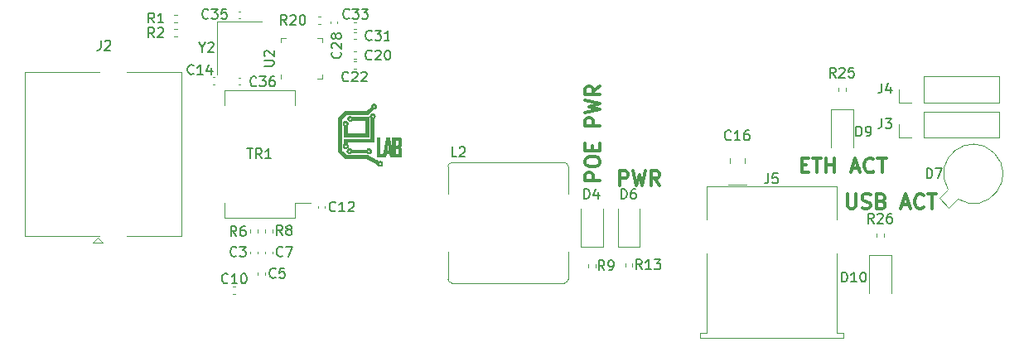
<source format=gto>
G04 #@! TF.GenerationSoftware,KiCad,Pcbnew,(5.1.9)-1*
G04 #@! TF.CreationDate,2021-04-20T16:59:57+02:00*
G04 #@! TF.ProjectId,POE_hat_and_USB,504f455f-6861-4745-9f61-6e645f555342,1.0*
G04 #@! TF.SameCoordinates,Original*
G04 #@! TF.FileFunction,Legend,Top*
G04 #@! TF.FilePolarity,Positive*
%FSLAX46Y46*%
G04 Gerber Fmt 4.6, Leading zero omitted, Abs format (unit mm)*
G04 Created by KiCad (PCBNEW (5.1.9)-1) date 2021-04-20 16:59:57*
%MOMM*%
%LPD*%
G01*
G04 APERTURE LIST*
%ADD10C,0.300000*%
%ADD11C,0.010000*%
%ADD12C,0.120000*%
%ADD13C,0.150000*%
%ADD14O,1.802000X1.802000*%
%ADD15C,2.802000*%
%ADD16O,1.302000X1.702000*%
%ADD17O,1.302000X1.302000*%
%ADD18C,1.602000*%
%ADD19C,3.352000*%
%ADD20C,2.402000*%
%ADD21C,3.102000*%
%ADD22C,1.702000*%
%ADD23O,1.302000X2.002000*%
%ADD24C,1.552000*%
G04 APERTURE END LIST*
D10*
X143200000Y-109278571D02*
X143200000Y-107778571D01*
X143771428Y-107778571D01*
X143914285Y-107850000D01*
X143985714Y-107921428D01*
X144057142Y-108064285D01*
X144057142Y-108278571D01*
X143985714Y-108421428D01*
X143914285Y-108492857D01*
X143771428Y-108564285D01*
X143200000Y-108564285D01*
X144557142Y-107778571D02*
X144914285Y-109278571D01*
X145200000Y-108207142D01*
X145485714Y-109278571D01*
X145842857Y-107778571D01*
X147271428Y-109278571D02*
X146771428Y-108564285D01*
X146414285Y-109278571D02*
X146414285Y-107778571D01*
X146985714Y-107778571D01*
X147128571Y-107850000D01*
X147200000Y-107921428D01*
X147271428Y-108064285D01*
X147271428Y-108278571D01*
X147200000Y-108421428D01*
X147128571Y-108492857D01*
X146985714Y-108564285D01*
X146414285Y-108564285D01*
X141178571Y-108785714D02*
X139678571Y-108785714D01*
X139678571Y-108214285D01*
X139750000Y-108071428D01*
X139821428Y-108000000D01*
X139964285Y-107928571D01*
X140178571Y-107928571D01*
X140321428Y-108000000D01*
X140392857Y-108071428D01*
X140464285Y-108214285D01*
X140464285Y-108785714D01*
X139678571Y-107000000D02*
X139678571Y-106714285D01*
X139750000Y-106571428D01*
X139892857Y-106428571D01*
X140178571Y-106357142D01*
X140678571Y-106357142D01*
X140964285Y-106428571D01*
X141107142Y-106571428D01*
X141178571Y-106714285D01*
X141178571Y-107000000D01*
X141107142Y-107142857D01*
X140964285Y-107285714D01*
X140678571Y-107357142D01*
X140178571Y-107357142D01*
X139892857Y-107285714D01*
X139750000Y-107142857D01*
X139678571Y-107000000D01*
X140392857Y-105714285D02*
X140392857Y-105214285D01*
X141178571Y-105000000D02*
X141178571Y-105714285D01*
X139678571Y-105714285D01*
X139678571Y-105000000D01*
X141178571Y-103214285D02*
X139678571Y-103214285D01*
X139678571Y-102642857D01*
X139750000Y-102500000D01*
X139821428Y-102428571D01*
X139964285Y-102357142D01*
X140178571Y-102357142D01*
X140321428Y-102428571D01*
X140392857Y-102500000D01*
X140464285Y-102642857D01*
X140464285Y-103214285D01*
X139678571Y-101857142D02*
X141178571Y-101500000D01*
X140107142Y-101214285D01*
X141178571Y-100928571D01*
X139678571Y-100571428D01*
X141178571Y-99142857D02*
X140464285Y-99642857D01*
X141178571Y-100000000D02*
X139678571Y-100000000D01*
X139678571Y-99428571D01*
X139750000Y-99285714D01*
X139821428Y-99214285D01*
X139964285Y-99142857D01*
X140178571Y-99142857D01*
X140321428Y-99214285D01*
X140392857Y-99285714D01*
X140464285Y-99428571D01*
X140464285Y-100000000D01*
X161785714Y-107192857D02*
X162285714Y-107192857D01*
X162500000Y-107978571D02*
X161785714Y-107978571D01*
X161785714Y-106478571D01*
X162500000Y-106478571D01*
X162928571Y-106478571D02*
X163785714Y-106478571D01*
X163357142Y-107978571D02*
X163357142Y-106478571D01*
X164285714Y-107978571D02*
X164285714Y-106478571D01*
X164285714Y-107192857D02*
X165142857Y-107192857D01*
X165142857Y-107978571D02*
X165142857Y-106478571D01*
X166928571Y-107550000D02*
X167642857Y-107550000D01*
X166785714Y-107978571D02*
X167285714Y-106478571D01*
X167785714Y-107978571D01*
X169142857Y-107835714D02*
X169071428Y-107907142D01*
X168857142Y-107978571D01*
X168714285Y-107978571D01*
X168500000Y-107907142D01*
X168357142Y-107764285D01*
X168285714Y-107621428D01*
X168214285Y-107335714D01*
X168214285Y-107121428D01*
X168285714Y-106835714D01*
X168357142Y-106692857D01*
X168500000Y-106550000D01*
X168714285Y-106478571D01*
X168857142Y-106478571D01*
X169071428Y-106550000D01*
X169142857Y-106621428D01*
X169571428Y-106478571D02*
X170428571Y-106478571D01*
X170000000Y-107978571D02*
X170000000Y-106478571D01*
X166471428Y-110178571D02*
X166471428Y-111392857D01*
X166542857Y-111535714D01*
X166614285Y-111607142D01*
X166757142Y-111678571D01*
X167042857Y-111678571D01*
X167185714Y-111607142D01*
X167257142Y-111535714D01*
X167328571Y-111392857D01*
X167328571Y-110178571D01*
X167971428Y-111607142D02*
X168185714Y-111678571D01*
X168542857Y-111678571D01*
X168685714Y-111607142D01*
X168757142Y-111535714D01*
X168828571Y-111392857D01*
X168828571Y-111250000D01*
X168757142Y-111107142D01*
X168685714Y-111035714D01*
X168542857Y-110964285D01*
X168257142Y-110892857D01*
X168114285Y-110821428D01*
X168042857Y-110750000D01*
X167971428Y-110607142D01*
X167971428Y-110464285D01*
X168042857Y-110321428D01*
X168114285Y-110250000D01*
X168257142Y-110178571D01*
X168614285Y-110178571D01*
X168828571Y-110250000D01*
X169971428Y-110892857D02*
X170185714Y-110964285D01*
X170257142Y-111035714D01*
X170328571Y-111178571D01*
X170328571Y-111392857D01*
X170257142Y-111535714D01*
X170185714Y-111607142D01*
X170042857Y-111678571D01*
X169471428Y-111678571D01*
X169471428Y-110178571D01*
X169971428Y-110178571D01*
X170114285Y-110250000D01*
X170185714Y-110321428D01*
X170257142Y-110464285D01*
X170257142Y-110607142D01*
X170185714Y-110750000D01*
X170114285Y-110821428D01*
X169971428Y-110892857D01*
X169471428Y-110892857D01*
X172042857Y-111250000D02*
X172757142Y-111250000D01*
X171900000Y-111678571D02*
X172400000Y-110178571D01*
X172900000Y-111678571D01*
X174257142Y-111535714D02*
X174185714Y-111607142D01*
X173971428Y-111678571D01*
X173828571Y-111678571D01*
X173614285Y-111607142D01*
X173471428Y-111464285D01*
X173400000Y-111321428D01*
X173328571Y-111035714D01*
X173328571Y-110821428D01*
X173400000Y-110535714D01*
X173471428Y-110392857D01*
X173614285Y-110250000D01*
X173828571Y-110178571D01*
X173971428Y-110178571D01*
X174185714Y-110250000D01*
X174257142Y-110321428D01*
X174685714Y-110178571D02*
X175542857Y-110178571D01*
X175114285Y-111678571D02*
X175114285Y-110178571D01*
D11*
G36*
X115656865Y-102192369D02*
G01*
X115718782Y-102212091D01*
X115774164Y-102247337D01*
X115777680Y-102250297D01*
X115812450Y-102280059D01*
X116678709Y-102281980D01*
X117544967Y-102283901D01*
X117547119Y-103280851D01*
X117549270Y-104277801D01*
X114983801Y-104277801D01*
X114983801Y-103171989D01*
X114955468Y-103144528D01*
X114918289Y-103098361D01*
X114894798Y-103044394D01*
X114884142Y-102980603D01*
X114883765Y-102973934D01*
X114884313Y-102964614D01*
X115009232Y-102964614D01*
X115016711Y-103009005D01*
X115037213Y-103045670D01*
X115067949Y-103072949D01*
X115106131Y-103089179D01*
X115148971Y-103092699D01*
X115193682Y-103081848D01*
X115200704Y-103078723D01*
X115236116Y-103053538D01*
X115258899Y-103017380D01*
X115269315Y-102969821D01*
X115269590Y-102966021D01*
X115265612Y-102918077D01*
X115247871Y-102879235D01*
X115217637Y-102850805D01*
X115176180Y-102834093D01*
X115137553Y-102830032D01*
X115103957Y-102832531D01*
X115077558Y-102841914D01*
X115059499Y-102853284D01*
X115031791Y-102878891D01*
X115015767Y-102910076D01*
X115009501Y-102951104D01*
X115009232Y-102964614D01*
X114884313Y-102964614D01*
X114887825Y-102904988D01*
X114906856Y-102843910D01*
X114940663Y-102791036D01*
X114989050Y-102746705D01*
X115029981Y-102721716D01*
X115056250Y-102709729D01*
X115081508Y-102702942D01*
X115112401Y-102700023D01*
X115140434Y-102699566D01*
X115178951Y-102700581D01*
X115207298Y-102704530D01*
X115232165Y-102712767D01*
X115251586Y-102722070D01*
X115306411Y-102758233D01*
X115350317Y-102805255D01*
X115370559Y-102836073D01*
X115383960Y-102863408D01*
X115392009Y-102893073D01*
X115396396Y-102931733D01*
X115396923Y-102940083D01*
X115397399Y-102990568D01*
X115390989Y-103031587D01*
X115375911Y-103069821D01*
X115351519Y-103110264D01*
X115322780Y-103152971D01*
X115322299Y-103552402D01*
X115321818Y-103951834D01*
X115389876Y-103951611D01*
X115407697Y-103951562D01*
X115441223Y-103951480D01*
X115489224Y-103951367D01*
X115550472Y-103951226D01*
X115623737Y-103951061D01*
X115707791Y-103950872D01*
X115801404Y-103950665D01*
X115903348Y-103950440D01*
X116012394Y-103950201D01*
X116127313Y-103949951D01*
X116246875Y-103949692D01*
X116338467Y-103949494D01*
X117219000Y-103947600D01*
X117219000Y-102609867D01*
X115811536Y-102609867D01*
X115781339Y-102636381D01*
X115729272Y-102673130D01*
X115672604Y-102694883D01*
X115608088Y-102702835D01*
X115600490Y-102702918D01*
X115563589Y-102701973D01*
X115535879Y-102697831D01*
X115509675Y-102688702D01*
X115482218Y-102675360D01*
X115428972Y-102639035D01*
X115387500Y-102592705D01*
X115358659Y-102538946D01*
X115343307Y-102480334D01*
X115342798Y-102449558D01*
X115472506Y-102449558D01*
X115478211Y-102491844D01*
X115488914Y-102518373D01*
X115514884Y-102547525D01*
X115550978Y-102566964D01*
X115592788Y-102575667D01*
X115635904Y-102572612D01*
X115669733Y-102560302D01*
X115703937Y-102533953D01*
X115725460Y-102500337D01*
X115735052Y-102462478D01*
X115733466Y-102423400D01*
X115721453Y-102386128D01*
X115699764Y-102353684D01*
X115669152Y-102329094D01*
X115630369Y-102315380D01*
X115608389Y-102313547D01*
X115564002Y-102319824D01*
X115524799Y-102337153D01*
X115495584Y-102363225D01*
X115490905Y-102370017D01*
X115476770Y-102406519D01*
X115472506Y-102449558D01*
X115342798Y-102449558D01*
X115342299Y-102419444D01*
X115356494Y-102358852D01*
X115368086Y-102332337D01*
X115405199Y-102275630D01*
X115451909Y-102232864D01*
X115508007Y-102204175D01*
X115573284Y-102189699D01*
X115589167Y-102188418D01*
X115656865Y-102192369D01*
G37*
X115656865Y-102192369D02*
X115718782Y-102212091D01*
X115774164Y-102247337D01*
X115777680Y-102250297D01*
X115812450Y-102280059D01*
X116678709Y-102281980D01*
X117544967Y-102283901D01*
X117547119Y-103280851D01*
X117549270Y-104277801D01*
X114983801Y-104277801D01*
X114983801Y-103171989D01*
X114955468Y-103144528D01*
X114918289Y-103098361D01*
X114894798Y-103044394D01*
X114884142Y-102980603D01*
X114883765Y-102973934D01*
X114884313Y-102964614D01*
X115009232Y-102964614D01*
X115016711Y-103009005D01*
X115037213Y-103045670D01*
X115067949Y-103072949D01*
X115106131Y-103089179D01*
X115148971Y-103092699D01*
X115193682Y-103081848D01*
X115200704Y-103078723D01*
X115236116Y-103053538D01*
X115258899Y-103017380D01*
X115269315Y-102969821D01*
X115269590Y-102966021D01*
X115265612Y-102918077D01*
X115247871Y-102879235D01*
X115217637Y-102850805D01*
X115176180Y-102834093D01*
X115137553Y-102830032D01*
X115103957Y-102832531D01*
X115077558Y-102841914D01*
X115059499Y-102853284D01*
X115031791Y-102878891D01*
X115015767Y-102910076D01*
X115009501Y-102951104D01*
X115009232Y-102964614D01*
X114884313Y-102964614D01*
X114887825Y-102904988D01*
X114906856Y-102843910D01*
X114940663Y-102791036D01*
X114989050Y-102746705D01*
X115029981Y-102721716D01*
X115056250Y-102709729D01*
X115081508Y-102702942D01*
X115112401Y-102700023D01*
X115140434Y-102699566D01*
X115178951Y-102700581D01*
X115207298Y-102704530D01*
X115232165Y-102712767D01*
X115251586Y-102722070D01*
X115306411Y-102758233D01*
X115350317Y-102805255D01*
X115370559Y-102836073D01*
X115383960Y-102863408D01*
X115392009Y-102893073D01*
X115396396Y-102931733D01*
X115396923Y-102940083D01*
X115397399Y-102990568D01*
X115390989Y-103031587D01*
X115375911Y-103069821D01*
X115351519Y-103110264D01*
X115322780Y-103152971D01*
X115322299Y-103552402D01*
X115321818Y-103951834D01*
X115389876Y-103951611D01*
X115407697Y-103951562D01*
X115441223Y-103951480D01*
X115489224Y-103951367D01*
X115550472Y-103951226D01*
X115623737Y-103951061D01*
X115707791Y-103950872D01*
X115801404Y-103950665D01*
X115903348Y-103950440D01*
X116012394Y-103950201D01*
X116127313Y-103949951D01*
X116246875Y-103949692D01*
X116338467Y-103949494D01*
X117219000Y-103947600D01*
X117219000Y-102609867D01*
X115811536Y-102609867D01*
X115781339Y-102636381D01*
X115729272Y-102673130D01*
X115672604Y-102694883D01*
X115608088Y-102702835D01*
X115600490Y-102702918D01*
X115563589Y-102701973D01*
X115535879Y-102697831D01*
X115509675Y-102688702D01*
X115482218Y-102675360D01*
X115428972Y-102639035D01*
X115387500Y-102592705D01*
X115358659Y-102538946D01*
X115343307Y-102480334D01*
X115342798Y-102449558D01*
X115472506Y-102449558D01*
X115478211Y-102491844D01*
X115488914Y-102518373D01*
X115514884Y-102547525D01*
X115550978Y-102566964D01*
X115592788Y-102575667D01*
X115635904Y-102572612D01*
X115669733Y-102560302D01*
X115703937Y-102533953D01*
X115725460Y-102500337D01*
X115735052Y-102462478D01*
X115733466Y-102423400D01*
X115721453Y-102386128D01*
X115699764Y-102353684D01*
X115669152Y-102329094D01*
X115630369Y-102315380D01*
X115608389Y-102313547D01*
X115564002Y-102319824D01*
X115524799Y-102337153D01*
X115495584Y-102363225D01*
X115490905Y-102370017D01*
X115476770Y-102406519D01*
X115472506Y-102449558D01*
X115342798Y-102449558D01*
X115342299Y-102419444D01*
X115356494Y-102358852D01*
X115368086Y-102332337D01*
X115405199Y-102275630D01*
X115451909Y-102232864D01*
X115508007Y-102204175D01*
X115573284Y-102189699D01*
X115589167Y-102188418D01*
X115656865Y-102192369D01*
G36*
X117994643Y-101937045D02*
G01*
X118050625Y-101960886D01*
X118100487Y-101998629D01*
X118142280Y-102049535D01*
X118164828Y-102090707D01*
X118176133Y-102118054D01*
X118182072Y-102142032D01*
X118183733Y-102169589D01*
X118182468Y-102203245D01*
X118172176Y-102267218D01*
X118148406Y-102322486D01*
X118109766Y-102372202D01*
X118106485Y-102375540D01*
X118082658Y-102399446D01*
X118080512Y-103620140D01*
X118078367Y-104840834D01*
X115322467Y-104845118D01*
X115322467Y-105016998D01*
X115363492Y-105060376D01*
X115399809Y-105107008D01*
X115421940Y-105156720D01*
X115431220Y-105213339D01*
X115431071Y-105254224D01*
X115419907Y-105320552D01*
X115394135Y-105378384D01*
X115354027Y-105427297D01*
X115299857Y-105466872D01*
X115288600Y-105472989D01*
X115255627Y-105484658D01*
X115212965Y-105492372D01*
X115166970Y-105495683D01*
X115124000Y-105494144D01*
X115090411Y-105487305D01*
X115089634Y-105487020D01*
X115043756Y-105463293D01*
X114999658Y-105428755D01*
X114961959Y-105387818D01*
X114935281Y-105344891D01*
X114931550Y-105336134D01*
X114914273Y-105270877D01*
X114914031Y-105234534D01*
X115043112Y-105234534D01*
X115050366Y-105281193D01*
X115070377Y-105319824D01*
X115100444Y-105348767D01*
X115137867Y-105366362D01*
X115179945Y-105370947D01*
X115223977Y-105360863D01*
X115237933Y-105354324D01*
X115273930Y-105327326D01*
X115296137Y-105291357D01*
X115305228Y-105245214D01*
X115305534Y-105233430D01*
X115304686Y-105205157D01*
X115300237Y-105185721D01*
X115289325Y-105168281D01*
X115269092Y-105145998D01*
X115268885Y-105145783D01*
X115247777Y-105124735D01*
X115231437Y-105113295D01*
X115213241Y-105108546D01*
X115186562Y-105107568D01*
X115182102Y-105107565D01*
X115131814Y-105114248D01*
X115091472Y-105133380D01*
X115062470Y-105163686D01*
X115046200Y-105203895D01*
X115043112Y-105234534D01*
X114914031Y-105234534D01*
X114913848Y-105207276D01*
X114930275Y-105145338D01*
X114958981Y-105091745D01*
X114992267Y-105041899D01*
X114992267Y-104514867D01*
X117752401Y-104514867D01*
X117752401Y-102388350D01*
X117722879Y-102352323D01*
X117689282Y-102298789D01*
X117669691Y-102239220D01*
X117665825Y-102192234D01*
X117794765Y-102192234D01*
X117795948Y-102224062D01*
X117800817Y-102245696D01*
X117811284Y-102263784D01*
X117817597Y-102271673D01*
X117854057Y-102303022D01*
X117896607Y-102319139D01*
X117942907Y-102319476D01*
X117978214Y-102309242D01*
X118016110Y-102285305D01*
X118042096Y-102252203D01*
X118055759Y-102213199D01*
X118056684Y-102171561D01*
X118044461Y-102130552D01*
X118018674Y-102093439D01*
X118006902Y-102082422D01*
X117987815Y-102068848D01*
X117967732Y-102061927D01*
X117939746Y-102059627D01*
X117929130Y-102059534D01*
X117877932Y-102064891D01*
X117839451Y-102081316D01*
X117813148Y-102109343D01*
X117798484Y-102149503D01*
X117794765Y-102192234D01*
X117665825Y-102192234D01*
X117664580Y-102177109D01*
X117674427Y-102115951D01*
X117686314Y-102084154D01*
X117712514Y-102035978D01*
X117742903Y-101999874D01*
X117782157Y-101970990D01*
X117809475Y-101956297D01*
X117872119Y-101934013D01*
X117934492Y-101927841D01*
X117994643Y-101937045D01*
G37*
X117994643Y-101937045D02*
X118050625Y-101960886D01*
X118100487Y-101998629D01*
X118142280Y-102049535D01*
X118164828Y-102090707D01*
X118176133Y-102118054D01*
X118182072Y-102142032D01*
X118183733Y-102169589D01*
X118182468Y-102203245D01*
X118172176Y-102267218D01*
X118148406Y-102322486D01*
X118109766Y-102372202D01*
X118106485Y-102375540D01*
X118082658Y-102399446D01*
X118080512Y-103620140D01*
X118078367Y-104840834D01*
X115322467Y-104845118D01*
X115322467Y-105016998D01*
X115363492Y-105060376D01*
X115399809Y-105107008D01*
X115421940Y-105156720D01*
X115431220Y-105213339D01*
X115431071Y-105254224D01*
X115419907Y-105320552D01*
X115394135Y-105378384D01*
X115354027Y-105427297D01*
X115299857Y-105466872D01*
X115288600Y-105472989D01*
X115255627Y-105484658D01*
X115212965Y-105492372D01*
X115166970Y-105495683D01*
X115124000Y-105494144D01*
X115090411Y-105487305D01*
X115089634Y-105487020D01*
X115043756Y-105463293D01*
X114999658Y-105428755D01*
X114961959Y-105387818D01*
X114935281Y-105344891D01*
X114931550Y-105336134D01*
X114914273Y-105270877D01*
X114914031Y-105234534D01*
X115043112Y-105234534D01*
X115050366Y-105281193D01*
X115070377Y-105319824D01*
X115100444Y-105348767D01*
X115137867Y-105366362D01*
X115179945Y-105370947D01*
X115223977Y-105360863D01*
X115237933Y-105354324D01*
X115273930Y-105327326D01*
X115296137Y-105291357D01*
X115305228Y-105245214D01*
X115305534Y-105233430D01*
X115304686Y-105205157D01*
X115300237Y-105185721D01*
X115289325Y-105168281D01*
X115269092Y-105145998D01*
X115268885Y-105145783D01*
X115247777Y-105124735D01*
X115231437Y-105113295D01*
X115213241Y-105108546D01*
X115186562Y-105107568D01*
X115182102Y-105107565D01*
X115131814Y-105114248D01*
X115091472Y-105133380D01*
X115062470Y-105163686D01*
X115046200Y-105203895D01*
X115043112Y-105234534D01*
X114914031Y-105234534D01*
X114913848Y-105207276D01*
X114930275Y-105145338D01*
X114958981Y-105091745D01*
X114992267Y-105041899D01*
X114992267Y-104514867D01*
X117752401Y-104514867D01*
X117752401Y-102388350D01*
X117722879Y-102352323D01*
X117689282Y-102298789D01*
X117669691Y-102239220D01*
X117665825Y-102192234D01*
X117794765Y-102192234D01*
X117795948Y-102224062D01*
X117800817Y-102245696D01*
X117811284Y-102263784D01*
X117817597Y-102271673D01*
X117854057Y-102303022D01*
X117896607Y-102319139D01*
X117942907Y-102319476D01*
X117978214Y-102309242D01*
X118016110Y-102285305D01*
X118042096Y-102252203D01*
X118055759Y-102213199D01*
X118056684Y-102171561D01*
X118044461Y-102130552D01*
X118018674Y-102093439D01*
X118006902Y-102082422D01*
X117987815Y-102068848D01*
X117967732Y-102061927D01*
X117939746Y-102059627D01*
X117929130Y-102059534D01*
X117877932Y-102064891D01*
X117839451Y-102081316D01*
X117813148Y-102109343D01*
X117798484Y-102149503D01*
X117794765Y-102192234D01*
X117665825Y-102192234D01*
X117664580Y-102177109D01*
X117674427Y-102115951D01*
X117686314Y-102084154D01*
X117712514Y-102035978D01*
X117742903Y-101999874D01*
X117782157Y-101970990D01*
X117809475Y-101956297D01*
X117872119Y-101934013D01*
X117934492Y-101927841D01*
X117994643Y-101937045D01*
G36*
X117565851Y-105493804D02*
G01*
X117593861Y-105497500D01*
X117619132Y-105505603D01*
X117645377Y-105517904D01*
X117698679Y-105553214D01*
X117739554Y-105597250D01*
X117768154Y-105647710D01*
X117784629Y-105702293D01*
X117789130Y-105758699D01*
X117781809Y-105814627D01*
X117762816Y-105867776D01*
X117732303Y-105915845D01*
X117690420Y-105956535D01*
X117637320Y-105987543D01*
X117613956Y-105996400D01*
X117559274Y-106009898D01*
X117509447Y-106011515D01*
X117459393Y-106000777D01*
X117404030Y-105977211D01*
X117403109Y-105976746D01*
X117341767Y-105945658D01*
X115741567Y-105945658D01*
X115679558Y-105977084D01*
X115615755Y-106002058D01*
X115553618Y-106012000D01*
X115495254Y-106006648D01*
X115479100Y-106002120D01*
X115438311Y-105986647D01*
X115406380Y-105968486D01*
X115375348Y-105942969D01*
X115370453Y-105938383D01*
X115329193Y-105888405D01*
X115302346Y-105831682D01*
X115290528Y-105770830D01*
X115292801Y-105733799D01*
X115417046Y-105733799D01*
X115417576Y-105774874D01*
X115430734Y-105812582D01*
X115454386Y-105844676D01*
X115486397Y-105868913D01*
X115524633Y-105883045D01*
X115566960Y-105884827D01*
X115605256Y-105874666D01*
X115640071Y-105851725D01*
X115665887Y-105818176D01*
X115681160Y-105778296D01*
X115683568Y-105746564D01*
X117396321Y-105746564D01*
X117400667Y-105787250D01*
X117417310Y-105824802D01*
X117446145Y-105855699D01*
X117464838Y-105867417D01*
X117506419Y-105883029D01*
X117545438Y-105884029D01*
X117587652Y-105870555D01*
X117588109Y-105870348D01*
X117623113Y-105846248D01*
X117647283Y-105812978D01*
X117660340Y-105774139D01*
X117662003Y-105733330D01*
X117651990Y-105694152D01*
X117630022Y-105660205D01*
X117606009Y-105640633D01*
X117571559Y-105627737D01*
X117530078Y-105623778D01*
X117488911Y-105628743D01*
X117458106Y-105640888D01*
X117424936Y-105669863D01*
X117404376Y-105706261D01*
X117396321Y-105746564D01*
X115683568Y-105746564D01*
X115684343Y-105736359D01*
X115673891Y-105696644D01*
X115671378Y-105691734D01*
X115643535Y-105655331D01*
X115606987Y-105633037D01*
X115560595Y-105624209D01*
X115551067Y-105624001D01*
X115502707Y-105630487D01*
X115464529Y-105650284D01*
X115435638Y-105683899D01*
X115431277Y-105691602D01*
X115417046Y-105733799D01*
X115292801Y-105733799D01*
X115294357Y-105708464D01*
X115306285Y-105666334D01*
X115337559Y-105605586D01*
X115380059Y-105557236D01*
X115432778Y-105521974D01*
X115494710Y-105500490D01*
X115558697Y-105493487D01*
X115594850Y-105493995D01*
X115621119Y-105497525D01*
X115644487Y-105505631D01*
X115668376Y-105517882D01*
X115700179Y-105538877D01*
X115731412Y-105564811D01*
X115745644Y-105579265D01*
X115777569Y-105615534D01*
X117299854Y-105615534D01*
X117335525Y-105577629D01*
X117364161Y-105551604D01*
X117397845Y-105527060D01*
X117415748Y-105516492D01*
X117442694Y-105503972D01*
X117467901Y-105496830D01*
X117498145Y-105493651D01*
X117528034Y-105493014D01*
X117565851Y-105493804D01*
G37*
X117565851Y-105493804D02*
X117593861Y-105497500D01*
X117619132Y-105505603D01*
X117645377Y-105517904D01*
X117698679Y-105553214D01*
X117739554Y-105597250D01*
X117768154Y-105647710D01*
X117784629Y-105702293D01*
X117789130Y-105758699D01*
X117781809Y-105814627D01*
X117762816Y-105867776D01*
X117732303Y-105915845D01*
X117690420Y-105956535D01*
X117637320Y-105987543D01*
X117613956Y-105996400D01*
X117559274Y-106009898D01*
X117509447Y-106011515D01*
X117459393Y-106000777D01*
X117404030Y-105977211D01*
X117403109Y-105976746D01*
X117341767Y-105945658D01*
X115741567Y-105945658D01*
X115679558Y-105977084D01*
X115615755Y-106002058D01*
X115553618Y-106012000D01*
X115495254Y-106006648D01*
X115479100Y-106002120D01*
X115438311Y-105986647D01*
X115406380Y-105968486D01*
X115375348Y-105942969D01*
X115370453Y-105938383D01*
X115329193Y-105888405D01*
X115302346Y-105831682D01*
X115290528Y-105770830D01*
X115292801Y-105733799D01*
X115417046Y-105733799D01*
X115417576Y-105774874D01*
X115430734Y-105812582D01*
X115454386Y-105844676D01*
X115486397Y-105868913D01*
X115524633Y-105883045D01*
X115566960Y-105884827D01*
X115605256Y-105874666D01*
X115640071Y-105851725D01*
X115665887Y-105818176D01*
X115681160Y-105778296D01*
X115683568Y-105746564D01*
X117396321Y-105746564D01*
X117400667Y-105787250D01*
X117417310Y-105824802D01*
X117446145Y-105855699D01*
X117464838Y-105867417D01*
X117506419Y-105883029D01*
X117545438Y-105884029D01*
X117587652Y-105870555D01*
X117588109Y-105870348D01*
X117623113Y-105846248D01*
X117647283Y-105812978D01*
X117660340Y-105774139D01*
X117662003Y-105733330D01*
X117651990Y-105694152D01*
X117630022Y-105660205D01*
X117606009Y-105640633D01*
X117571559Y-105627737D01*
X117530078Y-105623778D01*
X117488911Y-105628743D01*
X117458106Y-105640888D01*
X117424936Y-105669863D01*
X117404376Y-105706261D01*
X117396321Y-105746564D01*
X115683568Y-105746564D01*
X115684343Y-105736359D01*
X115673891Y-105696644D01*
X115671378Y-105691734D01*
X115643535Y-105655331D01*
X115606987Y-105633037D01*
X115560595Y-105624209D01*
X115551067Y-105624001D01*
X115502707Y-105630487D01*
X115464529Y-105650284D01*
X115435638Y-105683899D01*
X115431277Y-105691602D01*
X115417046Y-105733799D01*
X115292801Y-105733799D01*
X115294357Y-105708464D01*
X115306285Y-105666334D01*
X115337559Y-105605586D01*
X115380059Y-105557236D01*
X115432778Y-105521974D01*
X115494710Y-105500490D01*
X115558697Y-105493487D01*
X115594850Y-105493995D01*
X115621119Y-105497525D01*
X115644487Y-105505631D01*
X115668376Y-105517882D01*
X115700179Y-105538877D01*
X115731412Y-105564811D01*
X115745644Y-105579265D01*
X115777569Y-105615534D01*
X117299854Y-105615534D01*
X117335525Y-105577629D01*
X117364161Y-105551604D01*
X117397845Y-105527060D01*
X117415748Y-105516492D01*
X117442694Y-105503972D01*
X117467901Y-105496830D01*
X117498145Y-105493651D01*
X117528034Y-105493014D01*
X117565851Y-105493804D01*
G36*
X119664929Y-104440599D02*
G01*
X119671322Y-104474475D01*
X119678459Y-104514426D01*
X119682865Y-104540267D01*
X119687575Y-104567210D01*
X119694783Y-104606659D01*
X119703724Y-104654503D01*
X119713631Y-104706632D01*
X119720730Y-104743467D01*
X119731172Y-104797439D01*
X119743810Y-104862967D01*
X119757666Y-104934973D01*
X119771764Y-105008378D01*
X119785127Y-105078105D01*
X119788328Y-105094834D01*
X119810014Y-105208229D01*
X119828767Y-105306301D01*
X119844837Y-105390358D01*
X119858473Y-105461706D01*
X119869924Y-105521654D01*
X119879441Y-105571511D01*
X119887273Y-105612583D01*
X119893669Y-105646179D01*
X119898880Y-105673607D01*
X119903155Y-105696174D01*
X119906743Y-105715189D01*
X119907831Y-105720974D01*
X119913906Y-105752391D01*
X119918880Y-105776472D01*
X119921903Y-105789154D01*
X119922297Y-105790123D01*
X119922544Y-105782149D01*
X119922721Y-105758489D01*
X119922830Y-105720392D01*
X119922871Y-105669108D01*
X119922845Y-105605883D01*
X119922755Y-105531966D01*
X119922628Y-105463134D01*
X120224667Y-105463134D01*
X120224667Y-106098134D01*
X120588734Y-106098134D01*
X120588734Y-105556371D01*
X120517949Y-105509752D01*
X120447163Y-105463134D01*
X120224667Y-105463134D01*
X119922628Y-105463134D01*
X119922601Y-105448606D01*
X119922384Y-105357051D01*
X119922107Y-105258548D01*
X119921770Y-105154347D01*
X119921572Y-105098631D01*
X119919969Y-104658801D01*
X120224667Y-104658801D01*
X120224667Y-105218938D01*
X120335280Y-105214198D01*
X120377449Y-105211981D01*
X120413824Y-105209301D01*
X120440879Y-105206473D01*
X120455091Y-105203812D01*
X120455930Y-105203427D01*
X120467143Y-105195882D01*
X120488085Y-105181152D01*
X120514800Y-105162028D01*
X120523117Y-105156019D01*
X120580267Y-105114642D01*
X120580267Y-104658801D01*
X120224667Y-104658801D01*
X119919969Y-104658801D01*
X119919044Y-104405330D01*
X119939318Y-104400241D01*
X119951676Y-104399274D01*
X119979218Y-104398479D01*
X120020195Y-104397865D01*
X120072860Y-104397442D01*
X120135462Y-104397221D01*
X120206255Y-104397210D01*
X120283489Y-104397421D01*
X120365180Y-104397860D01*
X120459848Y-104398544D01*
X120539057Y-104399261D01*
X120604282Y-104400069D01*
X120656996Y-104401024D01*
X120698674Y-104402184D01*
X120730791Y-104403605D01*
X120754820Y-104405346D01*
X120772236Y-104407462D01*
X120784513Y-104410013D01*
X120793126Y-104413053D01*
X120796167Y-104414579D01*
X120835886Y-104445253D01*
X120862459Y-104485410D01*
X120866961Y-104497081D01*
X120869474Y-104513184D01*
X120871621Y-104543776D01*
X120873397Y-104586417D01*
X120874799Y-104638664D01*
X120875824Y-104698078D01*
X120876467Y-104762217D01*
X120876724Y-104828642D01*
X120876592Y-104894910D01*
X120876066Y-104958582D01*
X120875143Y-105017217D01*
X120873819Y-105068374D01*
X120872090Y-105109611D01*
X120869952Y-105138490D01*
X120867998Y-105150863D01*
X120853815Y-105187125D01*
X120831370Y-105219183D01*
X120798026Y-105249983D01*
X120751149Y-105282472D01*
X120749300Y-105283633D01*
X120718851Y-105303145D01*
X120694434Y-105319643D01*
X120679226Y-105330932D01*
X120675785Y-105334433D01*
X120681704Y-105341119D01*
X120699125Y-105354213D01*
X120724976Y-105371500D01*
X120742251Y-105382347D01*
X120801107Y-105423472D01*
X120844199Y-105464695D01*
X120871057Y-105505526D01*
X120877260Y-105522018D01*
X120879608Y-105539248D01*
X120881463Y-105572767D01*
X120882815Y-105621940D01*
X120883654Y-105686127D01*
X120883969Y-105764694D01*
X120883750Y-105857002D01*
X120883430Y-105909140D01*
X120882769Y-105996344D01*
X120882118Y-106068223D01*
X120881392Y-106126381D01*
X120880506Y-106172425D01*
X120879375Y-106207962D01*
X120877916Y-106234598D01*
X120876042Y-106253941D01*
X120873670Y-106267595D01*
X120870715Y-106277168D01*
X120867092Y-106284267D01*
X120863377Y-106289617D01*
X120836347Y-106319085D01*
X120804872Y-106338289D01*
X120763655Y-106350154D01*
X120749332Y-106352607D01*
X120728841Y-106354360D01*
X120692673Y-106355858D01*
X120642084Y-106357087D01*
X120578331Y-106358034D01*
X120502668Y-106358683D01*
X120416351Y-106359021D01*
X120320636Y-106359034D01*
X120216778Y-106358707D01*
X120211967Y-106358684D01*
X119729367Y-106356367D01*
X119710878Y-106230272D01*
X119703440Y-106180154D01*
X119695923Y-106130555D01*
X119689091Y-106086442D01*
X119683704Y-106052780D01*
X119682596Y-106046122D01*
X119672804Y-105988067D01*
X119496687Y-105988067D01*
X119437901Y-105988108D01*
X119393848Y-105988387D01*
X119362327Y-105989134D01*
X119341140Y-105990582D01*
X119328085Y-105992963D01*
X119320961Y-105996508D01*
X119317570Y-106001450D01*
X119315931Y-106007117D01*
X119313198Y-106021497D01*
X119308514Y-106049488D01*
X119302382Y-106087947D01*
X119295305Y-106133729D01*
X119289178Y-106174334D01*
X119281522Y-106223781D01*
X119274088Y-106268465D01*
X119267440Y-106305239D01*
X119262141Y-106330956D01*
X119259214Y-106341551D01*
X119251364Y-106360601D01*
X118806416Y-106360601D01*
X118703834Y-106360518D01*
X118617064Y-106360254D01*
X118544989Y-106359782D01*
X118486490Y-106359074D01*
X118440445Y-106358106D01*
X118405738Y-106356850D01*
X118381248Y-106355280D01*
X118365856Y-106353370D01*
X118358443Y-106351093D01*
X118357439Y-106350017D01*
X118356930Y-106340323D01*
X118356478Y-106314771D01*
X118356083Y-106274435D01*
X118355749Y-106220391D01*
X118355476Y-106153712D01*
X118355268Y-106075474D01*
X118355125Y-105986751D01*
X118355050Y-105888618D01*
X118355046Y-105782151D01*
X118355114Y-105668424D01*
X118355256Y-105548511D01*
X118355474Y-105423487D01*
X118355588Y-105370001D01*
X118357767Y-104400567D01*
X118645634Y-104400567D01*
X118647782Y-105243001D01*
X118649929Y-106085434D01*
X118825582Y-106083092D01*
X118878793Y-106082234D01*
X118926453Y-106081183D01*
X118965890Y-106080021D01*
X118994434Y-106078831D01*
X119009411Y-106077693D01*
X119010755Y-106077415D01*
X119017369Y-106067761D01*
X119023515Y-106046939D01*
X119025931Y-106033191D01*
X119029313Y-106012223D01*
X119035392Y-105977968D01*
X119043555Y-105933746D01*
X119053189Y-105882877D01*
X119063680Y-105828679D01*
X119064799Y-105822967D01*
X119076773Y-105761690D01*
X119084768Y-105720565D01*
X119361067Y-105720565D01*
X119363105Y-105725419D01*
X119370762Y-105728811D01*
X119386352Y-105730932D01*
X119412191Y-105731969D01*
X119450592Y-105732111D01*
X119496876Y-105731643D01*
X119547541Y-105730877D01*
X119583631Y-105729923D01*
X119607508Y-105728443D01*
X119621530Y-105726103D01*
X119628056Y-105722567D01*
X119629446Y-105717498D01*
X119628636Y-105712901D01*
X119625668Y-105697542D01*
X119620193Y-105665901D01*
X119612283Y-105618429D01*
X119602013Y-105555581D01*
X119589456Y-105477808D01*
X119574686Y-105385562D01*
X119557775Y-105279298D01*
X119538798Y-105159467D01*
X119538618Y-105158334D01*
X119528971Y-105097657D01*
X119519947Y-105041608D01*
X119511951Y-104992629D01*
X119505383Y-104953165D01*
X119500646Y-104925657D01*
X119498203Y-104912801D01*
X119494613Y-104899213D01*
X119492497Y-104900717D01*
X119490325Y-104917034D01*
X119488105Y-104932784D01*
X119483461Y-104963071D01*
X119476746Y-105005728D01*
X119468312Y-105058586D01*
X119458509Y-105119478D01*
X119447691Y-105186237D01*
X119436208Y-105256695D01*
X119424412Y-105328685D01*
X119412655Y-105400039D01*
X119401289Y-105468589D01*
X119390666Y-105532167D01*
X119386337Y-105557889D01*
X119378180Y-105606932D01*
X119371119Y-105650709D01*
X119365612Y-105686274D01*
X119362116Y-105710680D01*
X119361067Y-105720565D01*
X119084768Y-105720565D01*
X119090829Y-105689395D01*
X119105880Y-105611695D01*
X119120838Y-105534207D01*
X119134616Y-105462546D01*
X119136938Y-105450434D01*
X119149921Y-105382865D01*
X119163860Y-105310675D01*
X119177790Y-105238840D01*
X119190744Y-105172335D01*
X119201757Y-105116138D01*
X119204288Y-105103301D01*
X119218607Y-105030511D01*
X119235307Y-104945156D01*
X119253596Y-104851305D01*
X119272684Y-104753027D01*
X119291779Y-104654390D01*
X119310093Y-104559463D01*
X119321108Y-104502167D01*
X119340610Y-104400567D01*
X119498367Y-104398266D01*
X119656123Y-104395965D01*
X119664929Y-104440599D01*
G37*
X119664929Y-104440599D02*
X119671322Y-104474475D01*
X119678459Y-104514426D01*
X119682865Y-104540267D01*
X119687575Y-104567210D01*
X119694783Y-104606659D01*
X119703724Y-104654503D01*
X119713631Y-104706632D01*
X119720730Y-104743467D01*
X119731172Y-104797439D01*
X119743810Y-104862967D01*
X119757666Y-104934973D01*
X119771764Y-105008378D01*
X119785127Y-105078105D01*
X119788328Y-105094834D01*
X119810014Y-105208229D01*
X119828767Y-105306301D01*
X119844837Y-105390358D01*
X119858473Y-105461706D01*
X119869924Y-105521654D01*
X119879441Y-105571511D01*
X119887273Y-105612583D01*
X119893669Y-105646179D01*
X119898880Y-105673607D01*
X119903155Y-105696174D01*
X119906743Y-105715189D01*
X119907831Y-105720974D01*
X119913906Y-105752391D01*
X119918880Y-105776472D01*
X119921903Y-105789154D01*
X119922297Y-105790123D01*
X119922544Y-105782149D01*
X119922721Y-105758489D01*
X119922830Y-105720392D01*
X119922871Y-105669108D01*
X119922845Y-105605883D01*
X119922755Y-105531966D01*
X119922628Y-105463134D01*
X120224667Y-105463134D01*
X120224667Y-106098134D01*
X120588734Y-106098134D01*
X120588734Y-105556371D01*
X120517949Y-105509752D01*
X120447163Y-105463134D01*
X120224667Y-105463134D01*
X119922628Y-105463134D01*
X119922601Y-105448606D01*
X119922384Y-105357051D01*
X119922107Y-105258548D01*
X119921770Y-105154347D01*
X119921572Y-105098631D01*
X119919969Y-104658801D01*
X120224667Y-104658801D01*
X120224667Y-105218938D01*
X120335280Y-105214198D01*
X120377449Y-105211981D01*
X120413824Y-105209301D01*
X120440879Y-105206473D01*
X120455091Y-105203812D01*
X120455930Y-105203427D01*
X120467143Y-105195882D01*
X120488085Y-105181152D01*
X120514800Y-105162028D01*
X120523117Y-105156019D01*
X120580267Y-105114642D01*
X120580267Y-104658801D01*
X120224667Y-104658801D01*
X119919969Y-104658801D01*
X119919044Y-104405330D01*
X119939318Y-104400241D01*
X119951676Y-104399274D01*
X119979218Y-104398479D01*
X120020195Y-104397865D01*
X120072860Y-104397442D01*
X120135462Y-104397221D01*
X120206255Y-104397210D01*
X120283489Y-104397421D01*
X120365180Y-104397860D01*
X120459848Y-104398544D01*
X120539057Y-104399261D01*
X120604282Y-104400069D01*
X120656996Y-104401024D01*
X120698674Y-104402184D01*
X120730791Y-104403605D01*
X120754820Y-104405346D01*
X120772236Y-104407462D01*
X120784513Y-104410013D01*
X120793126Y-104413053D01*
X120796167Y-104414579D01*
X120835886Y-104445253D01*
X120862459Y-104485410D01*
X120866961Y-104497081D01*
X120869474Y-104513184D01*
X120871621Y-104543776D01*
X120873397Y-104586417D01*
X120874799Y-104638664D01*
X120875824Y-104698078D01*
X120876467Y-104762217D01*
X120876724Y-104828642D01*
X120876592Y-104894910D01*
X120876066Y-104958582D01*
X120875143Y-105017217D01*
X120873819Y-105068374D01*
X120872090Y-105109611D01*
X120869952Y-105138490D01*
X120867998Y-105150863D01*
X120853815Y-105187125D01*
X120831370Y-105219183D01*
X120798026Y-105249983D01*
X120751149Y-105282472D01*
X120749300Y-105283633D01*
X120718851Y-105303145D01*
X120694434Y-105319643D01*
X120679226Y-105330932D01*
X120675785Y-105334433D01*
X120681704Y-105341119D01*
X120699125Y-105354213D01*
X120724976Y-105371500D01*
X120742251Y-105382347D01*
X120801107Y-105423472D01*
X120844199Y-105464695D01*
X120871057Y-105505526D01*
X120877260Y-105522018D01*
X120879608Y-105539248D01*
X120881463Y-105572767D01*
X120882815Y-105621940D01*
X120883654Y-105686127D01*
X120883969Y-105764694D01*
X120883750Y-105857002D01*
X120883430Y-105909140D01*
X120882769Y-105996344D01*
X120882118Y-106068223D01*
X120881392Y-106126381D01*
X120880506Y-106172425D01*
X120879375Y-106207962D01*
X120877916Y-106234598D01*
X120876042Y-106253941D01*
X120873670Y-106267595D01*
X120870715Y-106277168D01*
X120867092Y-106284267D01*
X120863377Y-106289617D01*
X120836347Y-106319085D01*
X120804872Y-106338289D01*
X120763655Y-106350154D01*
X120749332Y-106352607D01*
X120728841Y-106354360D01*
X120692673Y-106355858D01*
X120642084Y-106357087D01*
X120578331Y-106358034D01*
X120502668Y-106358683D01*
X120416351Y-106359021D01*
X120320636Y-106359034D01*
X120216778Y-106358707D01*
X120211967Y-106358684D01*
X119729367Y-106356367D01*
X119710878Y-106230272D01*
X119703440Y-106180154D01*
X119695923Y-106130555D01*
X119689091Y-106086442D01*
X119683704Y-106052780D01*
X119682596Y-106046122D01*
X119672804Y-105988067D01*
X119496687Y-105988067D01*
X119437901Y-105988108D01*
X119393848Y-105988387D01*
X119362327Y-105989134D01*
X119341140Y-105990582D01*
X119328085Y-105992963D01*
X119320961Y-105996508D01*
X119317570Y-106001450D01*
X119315931Y-106007117D01*
X119313198Y-106021497D01*
X119308514Y-106049488D01*
X119302382Y-106087947D01*
X119295305Y-106133729D01*
X119289178Y-106174334D01*
X119281522Y-106223781D01*
X119274088Y-106268465D01*
X119267440Y-106305239D01*
X119262141Y-106330956D01*
X119259214Y-106341551D01*
X119251364Y-106360601D01*
X118806416Y-106360601D01*
X118703834Y-106360518D01*
X118617064Y-106360254D01*
X118544989Y-106359782D01*
X118486490Y-106359074D01*
X118440445Y-106358106D01*
X118405738Y-106356850D01*
X118381248Y-106355280D01*
X118365856Y-106353370D01*
X118358443Y-106351093D01*
X118357439Y-106350017D01*
X118356930Y-106340323D01*
X118356478Y-106314771D01*
X118356083Y-106274435D01*
X118355749Y-106220391D01*
X118355476Y-106153712D01*
X118355268Y-106075474D01*
X118355125Y-105986751D01*
X118355050Y-105888618D01*
X118355046Y-105782151D01*
X118355114Y-105668424D01*
X118355256Y-105548511D01*
X118355474Y-105423487D01*
X118355588Y-105370001D01*
X118357767Y-104400567D01*
X118645634Y-104400567D01*
X118647782Y-105243001D01*
X118649929Y-106085434D01*
X118825582Y-106083092D01*
X118878793Y-106082234D01*
X118926453Y-106081183D01*
X118965890Y-106080021D01*
X118994434Y-106078831D01*
X119009411Y-106077693D01*
X119010755Y-106077415D01*
X119017369Y-106067761D01*
X119023515Y-106046939D01*
X119025931Y-106033191D01*
X119029313Y-106012223D01*
X119035392Y-105977968D01*
X119043555Y-105933746D01*
X119053189Y-105882877D01*
X119063680Y-105828679D01*
X119064799Y-105822967D01*
X119076773Y-105761690D01*
X119084768Y-105720565D01*
X119361067Y-105720565D01*
X119363105Y-105725419D01*
X119370762Y-105728811D01*
X119386352Y-105730932D01*
X119412191Y-105731969D01*
X119450592Y-105732111D01*
X119496876Y-105731643D01*
X119547541Y-105730877D01*
X119583631Y-105729923D01*
X119607508Y-105728443D01*
X119621530Y-105726103D01*
X119628056Y-105722567D01*
X119629446Y-105717498D01*
X119628636Y-105712901D01*
X119625668Y-105697542D01*
X119620193Y-105665901D01*
X119612283Y-105618429D01*
X119602013Y-105555581D01*
X119589456Y-105477808D01*
X119574686Y-105385562D01*
X119557775Y-105279298D01*
X119538798Y-105159467D01*
X119538618Y-105158334D01*
X119528971Y-105097657D01*
X119519947Y-105041608D01*
X119511951Y-104992629D01*
X119505383Y-104953165D01*
X119500646Y-104925657D01*
X119498203Y-104912801D01*
X119494613Y-104899213D01*
X119492497Y-104900717D01*
X119490325Y-104917034D01*
X119488105Y-104932784D01*
X119483461Y-104963071D01*
X119476746Y-105005728D01*
X119468312Y-105058586D01*
X119458509Y-105119478D01*
X119447691Y-105186237D01*
X119436208Y-105256695D01*
X119424412Y-105328685D01*
X119412655Y-105400039D01*
X119401289Y-105468589D01*
X119390666Y-105532167D01*
X119386337Y-105557889D01*
X119378180Y-105606932D01*
X119371119Y-105650709D01*
X119365612Y-105686274D01*
X119362116Y-105710680D01*
X119361067Y-105720565D01*
X119084768Y-105720565D01*
X119090829Y-105689395D01*
X119105880Y-105611695D01*
X119120838Y-105534207D01*
X119134616Y-105462546D01*
X119136938Y-105450434D01*
X119149921Y-105382865D01*
X119163860Y-105310675D01*
X119177790Y-105238840D01*
X119190744Y-105172335D01*
X119201757Y-105116138D01*
X119204288Y-105103301D01*
X119218607Y-105030511D01*
X119235307Y-104945156D01*
X119253596Y-104851305D01*
X119272684Y-104753027D01*
X119291779Y-104654390D01*
X119310093Y-104559463D01*
X119321108Y-104502167D01*
X119340610Y-104400567D01*
X119498367Y-104398266D01*
X119656123Y-104395965D01*
X119664929Y-104440599D01*
G36*
X118101542Y-100939862D02*
G01*
X118138817Y-100948558D01*
X118150334Y-100953604D01*
X118209390Y-100993279D01*
X118254671Y-101041312D01*
X118285434Y-101096556D01*
X118300933Y-101157863D01*
X118302734Y-101188502D01*
X118295539Y-101256365D01*
X118274376Y-101316585D01*
X118239879Y-101367453D01*
X118233962Y-101373792D01*
X118189301Y-101410404D01*
X118138661Y-101436188D01*
X118086875Y-101448903D01*
X118069855Y-101449851D01*
X118027476Y-101449934D01*
X117731234Y-101746267D01*
X117434991Y-102042600D01*
X116334634Y-102042601D01*
X115234277Y-102042601D01*
X115003205Y-102273112D01*
X114772134Y-102503623D01*
X114772134Y-105696081D01*
X115007140Y-105930974D01*
X115242145Y-106165867D01*
X117394040Y-106165867D01*
X117588037Y-106272566D01*
X117654402Y-106309041D01*
X117728842Y-106349911D01*
X117806015Y-106392247D01*
X117880576Y-106433116D01*
X117947182Y-106469587D01*
X117964067Y-106478825D01*
X118024898Y-106512098D01*
X118095753Y-106550855D01*
X118171797Y-106592455D01*
X118248200Y-106634253D01*
X118320130Y-106673605D01*
X118355451Y-106692931D01*
X118564802Y-106807475D01*
X118596751Y-106796076D01*
X118642260Y-106786364D01*
X118694359Y-106785372D01*
X118745232Y-106792923D01*
X118768062Y-106799960D01*
X118824509Y-106829119D01*
X118871038Y-106870651D01*
X118903867Y-106916104D01*
X118918113Y-106940841D01*
X118926872Y-106960949D01*
X118931470Y-106982060D01*
X118933236Y-107009804D01*
X118933501Y-107041824D01*
X118930213Y-107099554D01*
X118919158Y-107146259D01*
X118898541Y-107186758D01*
X118866571Y-107225868D01*
X118864086Y-107228446D01*
X118819440Y-107265143D01*
X118768694Y-107288357D01*
X118709006Y-107299189D01*
X118678736Y-107300318D01*
X118640578Y-107299437D01*
X118612221Y-107295686D01*
X118586587Y-107287569D01*
X118559698Y-107275145D01*
X118521915Y-107254064D01*
X118493780Y-107231795D01*
X118470691Y-107203625D01*
X118448049Y-107164845D01*
X118443612Y-107156269D01*
X118431887Y-107134181D01*
X118420896Y-107117584D01*
X118407466Y-107103742D01*
X118388424Y-107089923D01*
X118360596Y-107073392D01*
X118323840Y-107053073D01*
X118316622Y-107049122D01*
X118544446Y-107049122D01*
X118552398Y-107091210D01*
X118571457Y-107128650D01*
X118600717Y-107156737D01*
X118601525Y-107157250D01*
X118632412Y-107169112D01*
X118670636Y-107173327D01*
X118710108Y-107170249D01*
X118744736Y-107160235D01*
X118764559Y-107147747D01*
X118794924Y-107108977D01*
X118809499Y-107065299D01*
X118807940Y-107018743D01*
X118793304Y-106977694D01*
X118768886Y-106946850D01*
X118733745Y-106923935D01*
X118693426Y-106912183D01*
X118679501Y-106911306D01*
X118643165Y-106917882D01*
X118605713Y-106935054D01*
X118574617Y-106958988D01*
X118565478Y-106969811D01*
X118548504Y-107007087D01*
X118544446Y-107049122D01*
X118316622Y-107049122D01*
X118141287Y-106953157D01*
X117964797Y-106856499D01*
X117796438Y-106764230D01*
X117638275Y-106677484D01*
X117492376Y-106597393D01*
X117456085Y-106577458D01*
X117307936Y-106496067D01*
X115102324Y-106496067D01*
X114772129Y-106166617D01*
X114441934Y-105837166D01*
X114441934Y-102368648D01*
X114769976Y-102040524D01*
X115098019Y-101712401D01*
X116198921Y-101712400D01*
X117299824Y-101712400D01*
X117542381Y-101468984D01*
X117784938Y-101225567D01*
X117785058Y-101195934D01*
X117913293Y-101195934D01*
X117920145Y-101243624D01*
X117940778Y-101281519D01*
X117975315Y-101309824D01*
X117981001Y-101312897D01*
X118023358Y-101327037D01*
X118066034Y-101327798D01*
X118104227Y-101315337D01*
X118114795Y-101308525D01*
X118148227Y-101276255D01*
X118167149Y-101238513D01*
X118173360Y-101202635D01*
X118170432Y-101154565D01*
X118153588Y-101115937D01*
X118122496Y-101086081D01*
X118112234Y-101079784D01*
X118068182Y-101063456D01*
X118024876Y-101062306D01*
X117985081Y-101074719D01*
X117951565Y-101099080D01*
X117927094Y-101133773D01*
X117914433Y-101177185D01*
X117913293Y-101195934D01*
X117785058Y-101195934D01*
X117785118Y-101181140D01*
X117793528Y-101122862D01*
X117817111Y-101067278D01*
X117854107Y-101017075D01*
X117902753Y-100974938D01*
X117931936Y-100957178D01*
X117965780Y-100945224D01*
X118009206Y-100938290D01*
X118056399Y-100936471D01*
X118101542Y-100939862D01*
G37*
X118101542Y-100939862D02*
X118138817Y-100948558D01*
X118150334Y-100953604D01*
X118209390Y-100993279D01*
X118254671Y-101041312D01*
X118285434Y-101096556D01*
X118300933Y-101157863D01*
X118302734Y-101188502D01*
X118295539Y-101256365D01*
X118274376Y-101316585D01*
X118239879Y-101367453D01*
X118233962Y-101373792D01*
X118189301Y-101410404D01*
X118138661Y-101436188D01*
X118086875Y-101448903D01*
X118069855Y-101449851D01*
X118027476Y-101449934D01*
X117731234Y-101746267D01*
X117434991Y-102042600D01*
X116334634Y-102042601D01*
X115234277Y-102042601D01*
X115003205Y-102273112D01*
X114772134Y-102503623D01*
X114772134Y-105696081D01*
X115007140Y-105930974D01*
X115242145Y-106165867D01*
X117394040Y-106165867D01*
X117588037Y-106272566D01*
X117654402Y-106309041D01*
X117728842Y-106349911D01*
X117806015Y-106392247D01*
X117880576Y-106433116D01*
X117947182Y-106469587D01*
X117964067Y-106478825D01*
X118024898Y-106512098D01*
X118095753Y-106550855D01*
X118171797Y-106592455D01*
X118248200Y-106634253D01*
X118320130Y-106673605D01*
X118355451Y-106692931D01*
X118564802Y-106807475D01*
X118596751Y-106796076D01*
X118642260Y-106786364D01*
X118694359Y-106785372D01*
X118745232Y-106792923D01*
X118768062Y-106799960D01*
X118824509Y-106829119D01*
X118871038Y-106870651D01*
X118903867Y-106916104D01*
X118918113Y-106940841D01*
X118926872Y-106960949D01*
X118931470Y-106982060D01*
X118933236Y-107009804D01*
X118933501Y-107041824D01*
X118930213Y-107099554D01*
X118919158Y-107146259D01*
X118898541Y-107186758D01*
X118866571Y-107225868D01*
X118864086Y-107228446D01*
X118819440Y-107265143D01*
X118768694Y-107288357D01*
X118709006Y-107299189D01*
X118678736Y-107300318D01*
X118640578Y-107299437D01*
X118612221Y-107295686D01*
X118586587Y-107287569D01*
X118559698Y-107275145D01*
X118521915Y-107254064D01*
X118493780Y-107231795D01*
X118470691Y-107203625D01*
X118448049Y-107164845D01*
X118443612Y-107156269D01*
X118431887Y-107134181D01*
X118420896Y-107117584D01*
X118407466Y-107103742D01*
X118388424Y-107089923D01*
X118360596Y-107073392D01*
X118323840Y-107053073D01*
X118316622Y-107049122D01*
X118544446Y-107049122D01*
X118552398Y-107091210D01*
X118571457Y-107128650D01*
X118600717Y-107156737D01*
X118601525Y-107157250D01*
X118632412Y-107169112D01*
X118670636Y-107173327D01*
X118710108Y-107170249D01*
X118744736Y-107160235D01*
X118764559Y-107147747D01*
X118794924Y-107108977D01*
X118809499Y-107065299D01*
X118807940Y-107018743D01*
X118793304Y-106977694D01*
X118768886Y-106946850D01*
X118733745Y-106923935D01*
X118693426Y-106912183D01*
X118679501Y-106911306D01*
X118643165Y-106917882D01*
X118605713Y-106935054D01*
X118574617Y-106958988D01*
X118565478Y-106969811D01*
X118548504Y-107007087D01*
X118544446Y-107049122D01*
X118316622Y-107049122D01*
X118141287Y-106953157D01*
X117964797Y-106856499D01*
X117796438Y-106764230D01*
X117638275Y-106677484D01*
X117492376Y-106597393D01*
X117456085Y-106577458D01*
X117307936Y-106496067D01*
X115102324Y-106496067D01*
X114772129Y-106166617D01*
X114441934Y-105837166D01*
X114441934Y-102368648D01*
X114769976Y-102040524D01*
X115098019Y-101712401D01*
X116198921Y-101712400D01*
X117299824Y-101712400D01*
X117542381Y-101468984D01*
X117784938Y-101225567D01*
X117785058Y-101195934D01*
X117913293Y-101195934D01*
X117920145Y-101243624D01*
X117940778Y-101281519D01*
X117975315Y-101309824D01*
X117981001Y-101312897D01*
X118023358Y-101327037D01*
X118066034Y-101327798D01*
X118104227Y-101315337D01*
X118114795Y-101308525D01*
X118148227Y-101276255D01*
X118167149Y-101238513D01*
X118173360Y-101202635D01*
X118170432Y-101154565D01*
X118153588Y-101115937D01*
X118122496Y-101086081D01*
X118112234Y-101079784D01*
X118068182Y-101063456D01*
X118024876Y-101062306D01*
X117985081Y-101074719D01*
X117951565Y-101099080D01*
X117927094Y-101133773D01*
X117914433Y-101177185D01*
X117913293Y-101195934D01*
X117785058Y-101195934D01*
X117785118Y-101181140D01*
X117793528Y-101122862D01*
X117817111Y-101067278D01*
X117854107Y-101017075D01*
X117902753Y-100974938D01*
X117931936Y-100957178D01*
X117965780Y-100945224D01*
X118009206Y-100938290D01*
X118056399Y-100936471D01*
X118101542Y-100939862D01*
D12*
X106582000Y-92532000D02*
X102082000Y-92532000D01*
X102082000Y-92532000D02*
X102082000Y-97932000D01*
X111600000Y-111093000D02*
X110000000Y-111093000D01*
X110000000Y-111093000D02*
X110000000Y-112618000D01*
X110000000Y-112618000D02*
X102800000Y-112618000D01*
X102800000Y-112618000D02*
X102800000Y-111093000D01*
X110000000Y-101043000D02*
X110000000Y-99518000D01*
X110000000Y-99518000D02*
X102800000Y-99518000D01*
X102800000Y-99518000D02*
X102800000Y-101043000D01*
X144512000Y-117246359D02*
X144512000Y-117553641D01*
X143752000Y-117246359D02*
X143752000Y-117553641D01*
X154497000Y-107029252D02*
X154497000Y-106506748D01*
X155967000Y-107029252D02*
X155967000Y-106506748D01*
X141467000Y-115517000D02*
X141467000Y-111632000D01*
X139197000Y-115517000D02*
X141467000Y-115517000D01*
X139197000Y-111632000D02*
X139197000Y-115517000D01*
X142997000Y-111632000D02*
X142997000Y-115517000D01*
X142997000Y-115517000D02*
X145267000Y-115517000D01*
X145267000Y-115517000D02*
X145267000Y-111632000D01*
X176759719Y-109680331D02*
X175847552Y-110592499D01*
X175847552Y-110592499D02*
X176837501Y-111582448D01*
X176837501Y-111582448D02*
X177749669Y-110670281D01*
X177749456Y-110670150D02*
G75*
G03*
X176759719Y-109680331I1582544J2572150D01*
G01*
X167035000Y-105400000D02*
X167035000Y-101515000D01*
X167035000Y-101515000D02*
X164765000Y-101515000D01*
X164765000Y-101515000D02*
X164765000Y-105400000D01*
X168697000Y-116383000D02*
X168697000Y-120268000D01*
X170967000Y-116383000D02*
X168697000Y-116383000D01*
X170967000Y-120268000D02*
X170967000Y-116383000D01*
X82422000Y-114433000D02*
X82422000Y-97703000D01*
X82422000Y-114433000D02*
X90032000Y-114433000D01*
X82422000Y-97703000D02*
X90032000Y-97703000D01*
X98392000Y-114433000D02*
X98392000Y-97703000D01*
X98392000Y-114433000D02*
X92832000Y-114433000D01*
X98392000Y-97703000D02*
X92832000Y-97703000D01*
X89832000Y-114628000D02*
X90332000Y-115128000D01*
X90332000Y-115128000D02*
X89332000Y-115128000D01*
X89332000Y-115128000D02*
X89832000Y-114628000D01*
X171702000Y-104398000D02*
X171702000Y-103068000D01*
X173032000Y-104398000D02*
X171702000Y-104398000D01*
X174302000Y-104398000D02*
X174302000Y-101738000D01*
X174302000Y-101738000D02*
X181982000Y-101738000D01*
X174302000Y-104398000D02*
X181982000Y-104398000D01*
X181982000Y-104398000D02*
X181982000Y-101738000D01*
X181982000Y-100798000D02*
X181982000Y-98138000D01*
X174302000Y-100798000D02*
X181982000Y-100798000D01*
X174302000Y-98138000D02*
X181982000Y-98138000D01*
X174302000Y-100798000D02*
X174302000Y-98138000D01*
X173032000Y-100798000D02*
X171702000Y-100798000D01*
X171702000Y-100798000D02*
X171702000Y-99468000D01*
X152060000Y-124378000D02*
X152060000Y-116268000D01*
X152060000Y-124378000D02*
X151410000Y-124378000D01*
X152060000Y-109418000D02*
X165380000Y-109418000D01*
X152060000Y-109418000D02*
X152060000Y-112748000D01*
X165380000Y-109418000D02*
X165380000Y-112748000D01*
X166030000Y-124898000D02*
X166030000Y-124378000D01*
X151410000Y-124898000D02*
X166030000Y-124898000D01*
X165380000Y-116268000D02*
X165380000Y-124378000D01*
X151410000Y-124378000D02*
X151410000Y-124898000D01*
X166030000Y-124378000D02*
X165380000Y-124378000D01*
X154320000Y-109198000D02*
X156120000Y-109198000D01*
X108590000Y-97935000D02*
X108590000Y-98410000D01*
X112810000Y-94190000D02*
X112335000Y-94190000D01*
X112810000Y-94665000D02*
X112810000Y-94190000D01*
X112810000Y-98410000D02*
X112335000Y-98410000D01*
X112810000Y-97935000D02*
X112810000Y-98410000D01*
X108590000Y-94190000D02*
X109065000Y-94190000D01*
X108590000Y-94665000D02*
X108590000Y-94190000D01*
X106192000Y-116024164D02*
X106192000Y-116239836D01*
X105472000Y-116024164D02*
X105472000Y-116239836D01*
X106240000Y-118224164D02*
X106240000Y-118439836D01*
X106960000Y-118224164D02*
X106960000Y-118439836D01*
X106972000Y-116024164D02*
X106972000Y-116239836D01*
X107692000Y-116024164D02*
X107692000Y-116239836D01*
X103692164Y-120360000D02*
X103907836Y-120360000D01*
X103692164Y-119640000D02*
X103907836Y-119640000D01*
X113060000Y-111372164D02*
X113060000Y-111587836D01*
X112340000Y-111372164D02*
X112340000Y-111587836D01*
X101592164Y-98960000D02*
X101807836Y-98960000D01*
X101592164Y-98240000D02*
X101807836Y-98240000D01*
X116024164Y-95608000D02*
X116239836Y-95608000D01*
X116024164Y-96328000D02*
X116239836Y-96328000D01*
X116024164Y-96608000D02*
X116239836Y-96608000D01*
X116024164Y-97328000D02*
X116239836Y-97328000D01*
X114360000Y-92707836D02*
X114360000Y-92492164D01*
X113640000Y-92707836D02*
X113640000Y-92492164D01*
X116024164Y-93612000D02*
X116239836Y-93612000D01*
X116024164Y-94332000D02*
X116239836Y-94332000D01*
X116024164Y-92612000D02*
X116239836Y-92612000D01*
X116024164Y-93332000D02*
X116239836Y-93332000D01*
X104224164Y-92192000D02*
X104439836Y-92192000D01*
X104224164Y-91472000D02*
X104439836Y-91472000D01*
X104439836Y-98272000D02*
X104224164Y-98272000D01*
X104439836Y-98992000D02*
X104224164Y-98992000D01*
X97953641Y-92580000D02*
X97646359Y-92580000D01*
X97953641Y-91820000D02*
X97646359Y-91820000D01*
X97953641Y-93320000D02*
X97646359Y-93320000D01*
X97953641Y-94080000D02*
X97646359Y-94080000D01*
X106212000Y-113778359D02*
X106212000Y-114085641D01*
X105452000Y-113778359D02*
X105452000Y-114085641D01*
X107712000Y-113778359D02*
X107712000Y-114085641D01*
X106952000Y-113778359D02*
X106952000Y-114085641D01*
X140712000Y-117346359D02*
X140712000Y-117653641D01*
X139952000Y-117346359D02*
X139952000Y-117653641D01*
X112653641Y-92020000D02*
X112346359Y-92020000D01*
X112653641Y-92780000D02*
X112346359Y-92780000D01*
X165520000Y-99643641D02*
X165520000Y-99336359D01*
X166280000Y-99643641D02*
X166280000Y-99336359D01*
X170212000Y-114543641D02*
X170212000Y-114236359D01*
X169452000Y-114543641D02*
X169452000Y-114236359D01*
X137950000Y-116100000D02*
X137950000Y-118850000D01*
X125650000Y-116100000D02*
X125650000Y-118850000D01*
X137950000Y-107350000D02*
X137950000Y-110100000D01*
X137550000Y-119250000D02*
X126050000Y-119250000D01*
X125650000Y-107350000D02*
X125650000Y-110100000D01*
X126050000Y-106950000D02*
X137550000Y-106950000D01*
X125650000Y-107350000D02*
G75*
G02*
X126050000Y-106950000I400000J0D01*
G01*
X126050000Y-119250000D02*
G75*
G02*
X125650000Y-118850000I0J400000D01*
G01*
X137950000Y-118850000D02*
G75*
G02*
X137550000Y-119250000I-400000J0D01*
G01*
X137550000Y-106950000D02*
G75*
G02*
X137950000Y-107350000I0J-400000D01*
G01*
D13*
X100523809Y-95176190D02*
X100523809Y-95652380D01*
X100190476Y-94652380D02*
X100523809Y-95176190D01*
X100857142Y-94652380D01*
X101142857Y-94747619D02*
X101190476Y-94700000D01*
X101285714Y-94652380D01*
X101523809Y-94652380D01*
X101619047Y-94700000D01*
X101666666Y-94747619D01*
X101714285Y-94842857D01*
X101714285Y-94938095D01*
X101666666Y-95080952D01*
X101095238Y-95652380D01*
X101714285Y-95652380D01*
X105138095Y-105520380D02*
X105709523Y-105520380D01*
X105423809Y-106520380D02*
X105423809Y-105520380D01*
X106614285Y-106520380D02*
X106280952Y-106044190D01*
X106042857Y-106520380D02*
X106042857Y-105520380D01*
X106423809Y-105520380D01*
X106519047Y-105568000D01*
X106566666Y-105615619D01*
X106614285Y-105710857D01*
X106614285Y-105853714D01*
X106566666Y-105948952D01*
X106519047Y-105996571D01*
X106423809Y-106044190D01*
X106042857Y-106044190D01*
X107566666Y-106520380D02*
X106995238Y-106520380D01*
X107280952Y-106520380D02*
X107280952Y-105520380D01*
X107185714Y-105663238D01*
X107090476Y-105758476D01*
X106995238Y-105806095D01*
X145457142Y-117852380D02*
X145123809Y-117376190D01*
X144885714Y-117852380D02*
X144885714Y-116852380D01*
X145266666Y-116852380D01*
X145361904Y-116900000D01*
X145409523Y-116947619D01*
X145457142Y-117042857D01*
X145457142Y-117185714D01*
X145409523Y-117280952D01*
X145361904Y-117328571D01*
X145266666Y-117376190D01*
X144885714Y-117376190D01*
X146409523Y-117852380D02*
X145838095Y-117852380D01*
X146123809Y-117852380D02*
X146123809Y-116852380D01*
X146028571Y-116995238D01*
X145933333Y-117090476D01*
X145838095Y-117138095D01*
X146742857Y-116852380D02*
X147361904Y-116852380D01*
X147028571Y-117233333D01*
X147171428Y-117233333D01*
X147266666Y-117280952D01*
X147314285Y-117328571D01*
X147361904Y-117423809D01*
X147361904Y-117661904D01*
X147314285Y-117757142D01*
X147266666Y-117804761D01*
X147171428Y-117852380D01*
X146885714Y-117852380D01*
X146790476Y-117804761D01*
X146742857Y-117757142D01*
X154557142Y-104557142D02*
X154509523Y-104604761D01*
X154366666Y-104652380D01*
X154271428Y-104652380D01*
X154128571Y-104604761D01*
X154033333Y-104509523D01*
X153985714Y-104414285D01*
X153938095Y-104223809D01*
X153938095Y-104080952D01*
X153985714Y-103890476D01*
X154033333Y-103795238D01*
X154128571Y-103700000D01*
X154271428Y-103652380D01*
X154366666Y-103652380D01*
X154509523Y-103700000D01*
X154557142Y-103747619D01*
X155509523Y-104652380D02*
X154938095Y-104652380D01*
X155223809Y-104652380D02*
X155223809Y-103652380D01*
X155128571Y-103795238D01*
X155033333Y-103890476D01*
X154938095Y-103938095D01*
X156366666Y-103652380D02*
X156176190Y-103652380D01*
X156080952Y-103700000D01*
X156033333Y-103747619D01*
X155938095Y-103890476D01*
X155890476Y-104080952D01*
X155890476Y-104461904D01*
X155938095Y-104557142D01*
X155985714Y-104604761D01*
X156080952Y-104652380D01*
X156271428Y-104652380D01*
X156366666Y-104604761D01*
X156414285Y-104557142D01*
X156461904Y-104461904D01*
X156461904Y-104223809D01*
X156414285Y-104128571D01*
X156366666Y-104080952D01*
X156271428Y-104033333D01*
X156080952Y-104033333D01*
X155985714Y-104080952D01*
X155938095Y-104128571D01*
X155890476Y-104223809D01*
X139561904Y-110652380D02*
X139561904Y-109652380D01*
X139800000Y-109652380D01*
X139942857Y-109700000D01*
X140038095Y-109795238D01*
X140085714Y-109890476D01*
X140133333Y-110080952D01*
X140133333Y-110223809D01*
X140085714Y-110414285D01*
X140038095Y-110509523D01*
X139942857Y-110604761D01*
X139800000Y-110652380D01*
X139561904Y-110652380D01*
X140990476Y-109985714D02*
X140990476Y-110652380D01*
X140752380Y-109604761D02*
X140514285Y-110319047D01*
X141133333Y-110319047D01*
X143361904Y-110652380D02*
X143361904Y-109652380D01*
X143600000Y-109652380D01*
X143742857Y-109700000D01*
X143838095Y-109795238D01*
X143885714Y-109890476D01*
X143933333Y-110080952D01*
X143933333Y-110223809D01*
X143885714Y-110414285D01*
X143838095Y-110509523D01*
X143742857Y-110604761D01*
X143600000Y-110652380D01*
X143361904Y-110652380D01*
X144790476Y-109652380D02*
X144600000Y-109652380D01*
X144504761Y-109700000D01*
X144457142Y-109747619D01*
X144361904Y-109890476D01*
X144314285Y-110080952D01*
X144314285Y-110461904D01*
X144361904Y-110557142D01*
X144409523Y-110604761D01*
X144504761Y-110652380D01*
X144695238Y-110652380D01*
X144790476Y-110604761D01*
X144838095Y-110557142D01*
X144885714Y-110461904D01*
X144885714Y-110223809D01*
X144838095Y-110128571D01*
X144790476Y-110080952D01*
X144695238Y-110033333D01*
X144504761Y-110033333D01*
X144409523Y-110080952D01*
X144361904Y-110128571D01*
X144314285Y-110223809D01*
X174573904Y-108550380D02*
X174573904Y-107550380D01*
X174812000Y-107550380D01*
X174954857Y-107598000D01*
X175050095Y-107693238D01*
X175097714Y-107788476D01*
X175145333Y-107978952D01*
X175145333Y-108121809D01*
X175097714Y-108312285D01*
X175050095Y-108407523D01*
X174954857Y-108502761D01*
X174812000Y-108550380D01*
X174573904Y-108550380D01*
X175478666Y-107550380D02*
X176145333Y-107550380D01*
X175716761Y-108550380D01*
X167361904Y-104252380D02*
X167361904Y-103252380D01*
X167600000Y-103252380D01*
X167742857Y-103300000D01*
X167838095Y-103395238D01*
X167885714Y-103490476D01*
X167933333Y-103680952D01*
X167933333Y-103823809D01*
X167885714Y-104014285D01*
X167838095Y-104109523D01*
X167742857Y-104204761D01*
X167600000Y-104252380D01*
X167361904Y-104252380D01*
X168409523Y-104252380D02*
X168600000Y-104252380D01*
X168695238Y-104204761D01*
X168742857Y-104157142D01*
X168838095Y-104014285D01*
X168885714Y-103823809D01*
X168885714Y-103442857D01*
X168838095Y-103347619D01*
X168790476Y-103300000D01*
X168695238Y-103252380D01*
X168504761Y-103252380D01*
X168409523Y-103300000D01*
X168361904Y-103347619D01*
X168314285Y-103442857D01*
X168314285Y-103680952D01*
X168361904Y-103776190D01*
X168409523Y-103823809D01*
X168504761Y-103871428D01*
X168695238Y-103871428D01*
X168790476Y-103823809D01*
X168838095Y-103776190D01*
X168885714Y-103680952D01*
X165885714Y-119152380D02*
X165885714Y-118152380D01*
X166123809Y-118152380D01*
X166266666Y-118200000D01*
X166361904Y-118295238D01*
X166409523Y-118390476D01*
X166457142Y-118580952D01*
X166457142Y-118723809D01*
X166409523Y-118914285D01*
X166361904Y-119009523D01*
X166266666Y-119104761D01*
X166123809Y-119152380D01*
X165885714Y-119152380D01*
X167409523Y-119152380D02*
X166838095Y-119152380D01*
X167123809Y-119152380D02*
X167123809Y-118152380D01*
X167028571Y-118295238D01*
X166933333Y-118390476D01*
X166838095Y-118438095D01*
X168028571Y-118152380D02*
X168123809Y-118152380D01*
X168219047Y-118200000D01*
X168266666Y-118247619D01*
X168314285Y-118342857D01*
X168361904Y-118533333D01*
X168361904Y-118771428D01*
X168314285Y-118961904D01*
X168266666Y-119057142D01*
X168219047Y-119104761D01*
X168123809Y-119152380D01*
X168028571Y-119152380D01*
X167933333Y-119104761D01*
X167885714Y-119057142D01*
X167838095Y-118961904D01*
X167790476Y-118771428D01*
X167790476Y-118533333D01*
X167838095Y-118342857D01*
X167885714Y-118247619D01*
X167933333Y-118200000D01*
X168028571Y-118152380D01*
X90166666Y-94452380D02*
X90166666Y-95166666D01*
X90119047Y-95309523D01*
X90023809Y-95404761D01*
X89880952Y-95452380D01*
X89785714Y-95452380D01*
X90595238Y-94547619D02*
X90642857Y-94500000D01*
X90738095Y-94452380D01*
X90976190Y-94452380D01*
X91071428Y-94500000D01*
X91119047Y-94547619D01*
X91166666Y-94642857D01*
X91166666Y-94738095D01*
X91119047Y-94880952D01*
X90547619Y-95452380D01*
X91166666Y-95452380D01*
X169966666Y-102452380D02*
X169966666Y-103166666D01*
X169919047Y-103309523D01*
X169823809Y-103404761D01*
X169680952Y-103452380D01*
X169585714Y-103452380D01*
X170347619Y-102452380D02*
X170966666Y-102452380D01*
X170633333Y-102833333D01*
X170776190Y-102833333D01*
X170871428Y-102880952D01*
X170919047Y-102928571D01*
X170966666Y-103023809D01*
X170966666Y-103261904D01*
X170919047Y-103357142D01*
X170871428Y-103404761D01*
X170776190Y-103452380D01*
X170490476Y-103452380D01*
X170395238Y-103404761D01*
X170347619Y-103357142D01*
X169966666Y-98852380D02*
X169966666Y-99566666D01*
X169919047Y-99709523D01*
X169823809Y-99804761D01*
X169680952Y-99852380D01*
X169585714Y-99852380D01*
X170871428Y-99185714D02*
X170871428Y-99852380D01*
X170633333Y-98804761D02*
X170395238Y-99519047D01*
X171014285Y-99519047D01*
X158386666Y-108060380D02*
X158386666Y-108774666D01*
X158339047Y-108917523D01*
X158243809Y-109012761D01*
X158100952Y-109060380D01*
X158005714Y-109060380D01*
X159339047Y-108060380D02*
X158862857Y-108060380D01*
X158815238Y-108536571D01*
X158862857Y-108488952D01*
X158958095Y-108441333D01*
X159196190Y-108441333D01*
X159291428Y-108488952D01*
X159339047Y-108536571D01*
X159386666Y-108631809D01*
X159386666Y-108869904D01*
X159339047Y-108965142D01*
X159291428Y-109012761D01*
X159196190Y-109060380D01*
X158958095Y-109060380D01*
X158862857Y-109012761D01*
X158815238Y-108965142D01*
X106852380Y-97061904D02*
X107661904Y-97061904D01*
X107757142Y-97014285D01*
X107804761Y-96966666D01*
X107852380Y-96871428D01*
X107852380Y-96680952D01*
X107804761Y-96585714D01*
X107757142Y-96538095D01*
X107661904Y-96490476D01*
X106852380Y-96490476D01*
X106947619Y-96061904D02*
X106900000Y-96014285D01*
X106852380Y-95919047D01*
X106852380Y-95680952D01*
X106900000Y-95585714D01*
X106947619Y-95538095D01*
X107042857Y-95490476D01*
X107138095Y-95490476D01*
X107280952Y-95538095D01*
X107852380Y-96109523D01*
X107852380Y-95490476D01*
X104033333Y-116457142D02*
X103985714Y-116504761D01*
X103842857Y-116552380D01*
X103747619Y-116552380D01*
X103604761Y-116504761D01*
X103509523Y-116409523D01*
X103461904Y-116314285D01*
X103414285Y-116123809D01*
X103414285Y-115980952D01*
X103461904Y-115790476D01*
X103509523Y-115695238D01*
X103604761Y-115600000D01*
X103747619Y-115552380D01*
X103842857Y-115552380D01*
X103985714Y-115600000D01*
X104033333Y-115647619D01*
X104366666Y-115552380D02*
X104985714Y-115552380D01*
X104652380Y-115933333D01*
X104795238Y-115933333D01*
X104890476Y-115980952D01*
X104938095Y-116028571D01*
X104985714Y-116123809D01*
X104985714Y-116361904D01*
X104938095Y-116457142D01*
X104890476Y-116504761D01*
X104795238Y-116552380D01*
X104509523Y-116552380D01*
X104414285Y-116504761D01*
X104366666Y-116457142D01*
X108033333Y-118657142D02*
X107985714Y-118704761D01*
X107842857Y-118752380D01*
X107747619Y-118752380D01*
X107604761Y-118704761D01*
X107509523Y-118609523D01*
X107461904Y-118514285D01*
X107414285Y-118323809D01*
X107414285Y-118180952D01*
X107461904Y-117990476D01*
X107509523Y-117895238D01*
X107604761Y-117800000D01*
X107747619Y-117752380D01*
X107842857Y-117752380D01*
X107985714Y-117800000D01*
X108033333Y-117847619D01*
X108938095Y-117752380D02*
X108461904Y-117752380D01*
X108414285Y-118228571D01*
X108461904Y-118180952D01*
X108557142Y-118133333D01*
X108795238Y-118133333D01*
X108890476Y-118180952D01*
X108938095Y-118228571D01*
X108985714Y-118323809D01*
X108985714Y-118561904D01*
X108938095Y-118657142D01*
X108890476Y-118704761D01*
X108795238Y-118752380D01*
X108557142Y-118752380D01*
X108461904Y-118704761D01*
X108414285Y-118657142D01*
X108733333Y-116457142D02*
X108685714Y-116504761D01*
X108542857Y-116552380D01*
X108447619Y-116552380D01*
X108304761Y-116504761D01*
X108209523Y-116409523D01*
X108161904Y-116314285D01*
X108114285Y-116123809D01*
X108114285Y-115980952D01*
X108161904Y-115790476D01*
X108209523Y-115695238D01*
X108304761Y-115600000D01*
X108447619Y-115552380D01*
X108542857Y-115552380D01*
X108685714Y-115600000D01*
X108733333Y-115647619D01*
X109066666Y-115552380D02*
X109733333Y-115552380D01*
X109304761Y-116552380D01*
X103157142Y-119197142D02*
X103109523Y-119244761D01*
X102966666Y-119292380D01*
X102871428Y-119292380D01*
X102728571Y-119244761D01*
X102633333Y-119149523D01*
X102585714Y-119054285D01*
X102538095Y-118863809D01*
X102538095Y-118720952D01*
X102585714Y-118530476D01*
X102633333Y-118435238D01*
X102728571Y-118340000D01*
X102871428Y-118292380D01*
X102966666Y-118292380D01*
X103109523Y-118340000D01*
X103157142Y-118387619D01*
X104109523Y-119292380D02*
X103538095Y-119292380D01*
X103823809Y-119292380D02*
X103823809Y-118292380D01*
X103728571Y-118435238D01*
X103633333Y-118530476D01*
X103538095Y-118578095D01*
X104728571Y-118292380D02*
X104823809Y-118292380D01*
X104919047Y-118340000D01*
X104966666Y-118387619D01*
X105014285Y-118482857D01*
X105061904Y-118673333D01*
X105061904Y-118911428D01*
X105014285Y-119101904D01*
X104966666Y-119197142D01*
X104919047Y-119244761D01*
X104823809Y-119292380D01*
X104728571Y-119292380D01*
X104633333Y-119244761D01*
X104585714Y-119197142D01*
X104538095Y-119101904D01*
X104490476Y-118911428D01*
X104490476Y-118673333D01*
X104538095Y-118482857D01*
X104585714Y-118387619D01*
X104633333Y-118340000D01*
X104728571Y-118292380D01*
X114157142Y-111857142D02*
X114109523Y-111904761D01*
X113966666Y-111952380D01*
X113871428Y-111952380D01*
X113728571Y-111904761D01*
X113633333Y-111809523D01*
X113585714Y-111714285D01*
X113538095Y-111523809D01*
X113538095Y-111380952D01*
X113585714Y-111190476D01*
X113633333Y-111095238D01*
X113728571Y-111000000D01*
X113871428Y-110952380D01*
X113966666Y-110952380D01*
X114109523Y-111000000D01*
X114157142Y-111047619D01*
X115109523Y-111952380D02*
X114538095Y-111952380D01*
X114823809Y-111952380D02*
X114823809Y-110952380D01*
X114728571Y-111095238D01*
X114633333Y-111190476D01*
X114538095Y-111238095D01*
X115490476Y-111047619D02*
X115538095Y-111000000D01*
X115633333Y-110952380D01*
X115871428Y-110952380D01*
X115966666Y-111000000D01*
X116014285Y-111047619D01*
X116061904Y-111142857D01*
X116061904Y-111238095D01*
X116014285Y-111380952D01*
X115442857Y-111952380D01*
X116061904Y-111952380D01*
X99657142Y-97857142D02*
X99609523Y-97904761D01*
X99466666Y-97952380D01*
X99371428Y-97952380D01*
X99228571Y-97904761D01*
X99133333Y-97809523D01*
X99085714Y-97714285D01*
X99038095Y-97523809D01*
X99038095Y-97380952D01*
X99085714Y-97190476D01*
X99133333Y-97095238D01*
X99228571Y-97000000D01*
X99371428Y-96952380D01*
X99466666Y-96952380D01*
X99609523Y-97000000D01*
X99657142Y-97047619D01*
X100609523Y-97952380D02*
X100038095Y-97952380D01*
X100323809Y-97952380D02*
X100323809Y-96952380D01*
X100228571Y-97095238D01*
X100133333Y-97190476D01*
X100038095Y-97238095D01*
X101466666Y-97285714D02*
X101466666Y-97952380D01*
X101228571Y-96904761D02*
X100990476Y-97619047D01*
X101609523Y-97619047D01*
X117857142Y-96357142D02*
X117809523Y-96404761D01*
X117666666Y-96452380D01*
X117571428Y-96452380D01*
X117428571Y-96404761D01*
X117333333Y-96309523D01*
X117285714Y-96214285D01*
X117238095Y-96023809D01*
X117238095Y-95880952D01*
X117285714Y-95690476D01*
X117333333Y-95595238D01*
X117428571Y-95500000D01*
X117571428Y-95452380D01*
X117666666Y-95452380D01*
X117809523Y-95500000D01*
X117857142Y-95547619D01*
X118238095Y-95547619D02*
X118285714Y-95500000D01*
X118380952Y-95452380D01*
X118619047Y-95452380D01*
X118714285Y-95500000D01*
X118761904Y-95547619D01*
X118809523Y-95642857D01*
X118809523Y-95738095D01*
X118761904Y-95880952D01*
X118190476Y-96452380D01*
X118809523Y-96452380D01*
X119428571Y-95452380D02*
X119523809Y-95452380D01*
X119619047Y-95500000D01*
X119666666Y-95547619D01*
X119714285Y-95642857D01*
X119761904Y-95833333D01*
X119761904Y-96071428D01*
X119714285Y-96261904D01*
X119666666Y-96357142D01*
X119619047Y-96404761D01*
X119523809Y-96452380D01*
X119428571Y-96452380D01*
X119333333Y-96404761D01*
X119285714Y-96357142D01*
X119238095Y-96261904D01*
X119190476Y-96071428D01*
X119190476Y-95833333D01*
X119238095Y-95642857D01*
X119285714Y-95547619D01*
X119333333Y-95500000D01*
X119428571Y-95452380D01*
X115457142Y-98557142D02*
X115409523Y-98604761D01*
X115266666Y-98652380D01*
X115171428Y-98652380D01*
X115028571Y-98604761D01*
X114933333Y-98509523D01*
X114885714Y-98414285D01*
X114838095Y-98223809D01*
X114838095Y-98080952D01*
X114885714Y-97890476D01*
X114933333Y-97795238D01*
X115028571Y-97700000D01*
X115171428Y-97652380D01*
X115266666Y-97652380D01*
X115409523Y-97700000D01*
X115457142Y-97747619D01*
X115838095Y-97747619D02*
X115885714Y-97700000D01*
X115980952Y-97652380D01*
X116219047Y-97652380D01*
X116314285Y-97700000D01*
X116361904Y-97747619D01*
X116409523Y-97842857D01*
X116409523Y-97938095D01*
X116361904Y-98080952D01*
X115790476Y-98652380D01*
X116409523Y-98652380D01*
X116790476Y-97747619D02*
X116838095Y-97700000D01*
X116933333Y-97652380D01*
X117171428Y-97652380D01*
X117266666Y-97700000D01*
X117314285Y-97747619D01*
X117361904Y-97842857D01*
X117361904Y-97938095D01*
X117314285Y-98080952D01*
X116742857Y-98652380D01*
X117361904Y-98652380D01*
X114657142Y-95642857D02*
X114704761Y-95690476D01*
X114752380Y-95833333D01*
X114752380Y-95928571D01*
X114704761Y-96071428D01*
X114609523Y-96166666D01*
X114514285Y-96214285D01*
X114323809Y-96261904D01*
X114180952Y-96261904D01*
X113990476Y-96214285D01*
X113895238Y-96166666D01*
X113800000Y-96071428D01*
X113752380Y-95928571D01*
X113752380Y-95833333D01*
X113800000Y-95690476D01*
X113847619Y-95642857D01*
X113847619Y-95261904D02*
X113800000Y-95214285D01*
X113752380Y-95119047D01*
X113752380Y-94880952D01*
X113800000Y-94785714D01*
X113847619Y-94738095D01*
X113942857Y-94690476D01*
X114038095Y-94690476D01*
X114180952Y-94738095D01*
X114752380Y-95309523D01*
X114752380Y-94690476D01*
X114180952Y-94119047D02*
X114133333Y-94214285D01*
X114085714Y-94261904D01*
X113990476Y-94309523D01*
X113942857Y-94309523D01*
X113847619Y-94261904D01*
X113800000Y-94214285D01*
X113752380Y-94119047D01*
X113752380Y-93928571D01*
X113800000Y-93833333D01*
X113847619Y-93785714D01*
X113942857Y-93738095D01*
X113990476Y-93738095D01*
X114085714Y-93785714D01*
X114133333Y-93833333D01*
X114180952Y-93928571D01*
X114180952Y-94119047D01*
X114228571Y-94214285D01*
X114276190Y-94261904D01*
X114371428Y-94309523D01*
X114561904Y-94309523D01*
X114657142Y-94261904D01*
X114704761Y-94214285D01*
X114752380Y-94119047D01*
X114752380Y-93928571D01*
X114704761Y-93833333D01*
X114657142Y-93785714D01*
X114561904Y-93738095D01*
X114371428Y-93738095D01*
X114276190Y-93785714D01*
X114228571Y-93833333D01*
X114180952Y-93928571D01*
X117857142Y-94357142D02*
X117809523Y-94404761D01*
X117666666Y-94452380D01*
X117571428Y-94452380D01*
X117428571Y-94404761D01*
X117333333Y-94309523D01*
X117285714Y-94214285D01*
X117238095Y-94023809D01*
X117238095Y-93880952D01*
X117285714Y-93690476D01*
X117333333Y-93595238D01*
X117428571Y-93500000D01*
X117571428Y-93452380D01*
X117666666Y-93452380D01*
X117809523Y-93500000D01*
X117857142Y-93547619D01*
X118190476Y-93452380D02*
X118809523Y-93452380D01*
X118476190Y-93833333D01*
X118619047Y-93833333D01*
X118714285Y-93880952D01*
X118761904Y-93928571D01*
X118809523Y-94023809D01*
X118809523Y-94261904D01*
X118761904Y-94357142D01*
X118714285Y-94404761D01*
X118619047Y-94452380D01*
X118333333Y-94452380D01*
X118238095Y-94404761D01*
X118190476Y-94357142D01*
X119761904Y-94452380D02*
X119190476Y-94452380D01*
X119476190Y-94452380D02*
X119476190Y-93452380D01*
X119380952Y-93595238D01*
X119285714Y-93690476D01*
X119190476Y-93738095D01*
X115557142Y-92157142D02*
X115509523Y-92204761D01*
X115366666Y-92252380D01*
X115271428Y-92252380D01*
X115128571Y-92204761D01*
X115033333Y-92109523D01*
X114985714Y-92014285D01*
X114938095Y-91823809D01*
X114938095Y-91680952D01*
X114985714Y-91490476D01*
X115033333Y-91395238D01*
X115128571Y-91300000D01*
X115271428Y-91252380D01*
X115366666Y-91252380D01*
X115509523Y-91300000D01*
X115557142Y-91347619D01*
X115890476Y-91252380D02*
X116509523Y-91252380D01*
X116176190Y-91633333D01*
X116319047Y-91633333D01*
X116414285Y-91680952D01*
X116461904Y-91728571D01*
X116509523Y-91823809D01*
X116509523Y-92061904D01*
X116461904Y-92157142D01*
X116414285Y-92204761D01*
X116319047Y-92252380D01*
X116033333Y-92252380D01*
X115938095Y-92204761D01*
X115890476Y-92157142D01*
X116842857Y-91252380D02*
X117461904Y-91252380D01*
X117128571Y-91633333D01*
X117271428Y-91633333D01*
X117366666Y-91680952D01*
X117414285Y-91728571D01*
X117461904Y-91823809D01*
X117461904Y-92061904D01*
X117414285Y-92157142D01*
X117366666Y-92204761D01*
X117271428Y-92252380D01*
X116985714Y-92252380D01*
X116890476Y-92204761D01*
X116842857Y-92157142D01*
X101157142Y-92157142D02*
X101109523Y-92204761D01*
X100966666Y-92252380D01*
X100871428Y-92252380D01*
X100728571Y-92204761D01*
X100633333Y-92109523D01*
X100585714Y-92014285D01*
X100538095Y-91823809D01*
X100538095Y-91680952D01*
X100585714Y-91490476D01*
X100633333Y-91395238D01*
X100728571Y-91300000D01*
X100871428Y-91252380D01*
X100966666Y-91252380D01*
X101109523Y-91300000D01*
X101157142Y-91347619D01*
X101490476Y-91252380D02*
X102109523Y-91252380D01*
X101776190Y-91633333D01*
X101919047Y-91633333D01*
X102014285Y-91680952D01*
X102061904Y-91728571D01*
X102109523Y-91823809D01*
X102109523Y-92061904D01*
X102061904Y-92157142D01*
X102014285Y-92204761D01*
X101919047Y-92252380D01*
X101633333Y-92252380D01*
X101538095Y-92204761D01*
X101490476Y-92157142D01*
X103014285Y-91252380D02*
X102538095Y-91252380D01*
X102490476Y-91728571D01*
X102538095Y-91680952D01*
X102633333Y-91633333D01*
X102871428Y-91633333D01*
X102966666Y-91680952D01*
X103014285Y-91728571D01*
X103061904Y-91823809D01*
X103061904Y-92061904D01*
X103014285Y-92157142D01*
X102966666Y-92204761D01*
X102871428Y-92252380D01*
X102633333Y-92252380D01*
X102538095Y-92204761D01*
X102490476Y-92157142D01*
X106057142Y-99057142D02*
X106009523Y-99104761D01*
X105866666Y-99152380D01*
X105771428Y-99152380D01*
X105628571Y-99104761D01*
X105533333Y-99009523D01*
X105485714Y-98914285D01*
X105438095Y-98723809D01*
X105438095Y-98580952D01*
X105485714Y-98390476D01*
X105533333Y-98295238D01*
X105628571Y-98200000D01*
X105771428Y-98152380D01*
X105866666Y-98152380D01*
X106009523Y-98200000D01*
X106057142Y-98247619D01*
X106390476Y-98152380D02*
X107009523Y-98152380D01*
X106676190Y-98533333D01*
X106819047Y-98533333D01*
X106914285Y-98580952D01*
X106961904Y-98628571D01*
X107009523Y-98723809D01*
X107009523Y-98961904D01*
X106961904Y-99057142D01*
X106914285Y-99104761D01*
X106819047Y-99152380D01*
X106533333Y-99152380D01*
X106438095Y-99104761D01*
X106390476Y-99057142D01*
X107866666Y-98152380D02*
X107676190Y-98152380D01*
X107580952Y-98200000D01*
X107533333Y-98247619D01*
X107438095Y-98390476D01*
X107390476Y-98580952D01*
X107390476Y-98961904D01*
X107438095Y-99057142D01*
X107485714Y-99104761D01*
X107580952Y-99152380D01*
X107771428Y-99152380D01*
X107866666Y-99104761D01*
X107914285Y-99057142D01*
X107961904Y-98961904D01*
X107961904Y-98723809D01*
X107914285Y-98628571D01*
X107866666Y-98580952D01*
X107771428Y-98533333D01*
X107580952Y-98533333D01*
X107485714Y-98580952D01*
X107438095Y-98628571D01*
X107390476Y-98723809D01*
X95633333Y-92652380D02*
X95300000Y-92176190D01*
X95061904Y-92652380D02*
X95061904Y-91652380D01*
X95442857Y-91652380D01*
X95538095Y-91700000D01*
X95585714Y-91747619D01*
X95633333Y-91842857D01*
X95633333Y-91985714D01*
X95585714Y-92080952D01*
X95538095Y-92128571D01*
X95442857Y-92176190D01*
X95061904Y-92176190D01*
X96585714Y-92652380D02*
X96014285Y-92652380D01*
X96300000Y-92652380D02*
X96300000Y-91652380D01*
X96204761Y-91795238D01*
X96109523Y-91890476D01*
X96014285Y-91938095D01*
X95633333Y-94152380D02*
X95300000Y-93676190D01*
X95061904Y-94152380D02*
X95061904Y-93152380D01*
X95442857Y-93152380D01*
X95538095Y-93200000D01*
X95585714Y-93247619D01*
X95633333Y-93342857D01*
X95633333Y-93485714D01*
X95585714Y-93580952D01*
X95538095Y-93628571D01*
X95442857Y-93676190D01*
X95061904Y-93676190D01*
X96014285Y-93247619D02*
X96061904Y-93200000D01*
X96157142Y-93152380D01*
X96395238Y-93152380D01*
X96490476Y-93200000D01*
X96538095Y-93247619D01*
X96585714Y-93342857D01*
X96585714Y-93438095D01*
X96538095Y-93580952D01*
X95966666Y-94152380D01*
X96585714Y-94152380D01*
X104033333Y-114452380D02*
X103700000Y-113976190D01*
X103461904Y-114452380D02*
X103461904Y-113452380D01*
X103842857Y-113452380D01*
X103938095Y-113500000D01*
X103985714Y-113547619D01*
X104033333Y-113642857D01*
X104033333Y-113785714D01*
X103985714Y-113880952D01*
X103938095Y-113928571D01*
X103842857Y-113976190D01*
X103461904Y-113976190D01*
X104890476Y-113452380D02*
X104700000Y-113452380D01*
X104604761Y-113500000D01*
X104557142Y-113547619D01*
X104461904Y-113690476D01*
X104414285Y-113880952D01*
X104414285Y-114261904D01*
X104461904Y-114357142D01*
X104509523Y-114404761D01*
X104604761Y-114452380D01*
X104795238Y-114452380D01*
X104890476Y-114404761D01*
X104938095Y-114357142D01*
X104985714Y-114261904D01*
X104985714Y-114023809D01*
X104938095Y-113928571D01*
X104890476Y-113880952D01*
X104795238Y-113833333D01*
X104604761Y-113833333D01*
X104509523Y-113880952D01*
X104461904Y-113928571D01*
X104414285Y-114023809D01*
X108733333Y-114352380D02*
X108400000Y-113876190D01*
X108161904Y-114352380D02*
X108161904Y-113352380D01*
X108542857Y-113352380D01*
X108638095Y-113400000D01*
X108685714Y-113447619D01*
X108733333Y-113542857D01*
X108733333Y-113685714D01*
X108685714Y-113780952D01*
X108638095Y-113828571D01*
X108542857Y-113876190D01*
X108161904Y-113876190D01*
X109304761Y-113780952D02*
X109209523Y-113733333D01*
X109161904Y-113685714D01*
X109114285Y-113590476D01*
X109114285Y-113542857D01*
X109161904Y-113447619D01*
X109209523Y-113400000D01*
X109304761Y-113352380D01*
X109495238Y-113352380D01*
X109590476Y-113400000D01*
X109638095Y-113447619D01*
X109685714Y-113542857D01*
X109685714Y-113590476D01*
X109638095Y-113685714D01*
X109590476Y-113733333D01*
X109495238Y-113780952D01*
X109304761Y-113780952D01*
X109209523Y-113828571D01*
X109161904Y-113876190D01*
X109114285Y-113971428D01*
X109114285Y-114161904D01*
X109161904Y-114257142D01*
X109209523Y-114304761D01*
X109304761Y-114352380D01*
X109495238Y-114352380D01*
X109590476Y-114304761D01*
X109638095Y-114257142D01*
X109685714Y-114161904D01*
X109685714Y-113971428D01*
X109638095Y-113876190D01*
X109590476Y-113828571D01*
X109495238Y-113780952D01*
X141633333Y-117952380D02*
X141300000Y-117476190D01*
X141061904Y-117952380D02*
X141061904Y-116952380D01*
X141442857Y-116952380D01*
X141538095Y-117000000D01*
X141585714Y-117047619D01*
X141633333Y-117142857D01*
X141633333Y-117285714D01*
X141585714Y-117380952D01*
X141538095Y-117428571D01*
X141442857Y-117476190D01*
X141061904Y-117476190D01*
X142109523Y-117952380D02*
X142300000Y-117952380D01*
X142395238Y-117904761D01*
X142442857Y-117857142D01*
X142538095Y-117714285D01*
X142585714Y-117523809D01*
X142585714Y-117142857D01*
X142538095Y-117047619D01*
X142490476Y-117000000D01*
X142395238Y-116952380D01*
X142204761Y-116952380D01*
X142109523Y-117000000D01*
X142061904Y-117047619D01*
X142014285Y-117142857D01*
X142014285Y-117380952D01*
X142061904Y-117476190D01*
X142109523Y-117523809D01*
X142204761Y-117571428D01*
X142395238Y-117571428D01*
X142490476Y-117523809D01*
X142538095Y-117476190D01*
X142585714Y-117380952D01*
X109157142Y-92852380D02*
X108823809Y-92376190D01*
X108585714Y-92852380D02*
X108585714Y-91852380D01*
X108966666Y-91852380D01*
X109061904Y-91900000D01*
X109109523Y-91947619D01*
X109157142Y-92042857D01*
X109157142Y-92185714D01*
X109109523Y-92280952D01*
X109061904Y-92328571D01*
X108966666Y-92376190D01*
X108585714Y-92376190D01*
X109538095Y-91947619D02*
X109585714Y-91900000D01*
X109680952Y-91852380D01*
X109919047Y-91852380D01*
X110014285Y-91900000D01*
X110061904Y-91947619D01*
X110109523Y-92042857D01*
X110109523Y-92138095D01*
X110061904Y-92280952D01*
X109490476Y-92852380D01*
X110109523Y-92852380D01*
X110728571Y-91852380D02*
X110823809Y-91852380D01*
X110919047Y-91900000D01*
X110966666Y-91947619D01*
X111014285Y-92042857D01*
X111061904Y-92233333D01*
X111061904Y-92471428D01*
X111014285Y-92661904D01*
X110966666Y-92757142D01*
X110919047Y-92804761D01*
X110823809Y-92852380D01*
X110728571Y-92852380D01*
X110633333Y-92804761D01*
X110585714Y-92757142D01*
X110538095Y-92661904D01*
X110490476Y-92471428D01*
X110490476Y-92233333D01*
X110538095Y-92042857D01*
X110585714Y-91947619D01*
X110633333Y-91900000D01*
X110728571Y-91852380D01*
X165257142Y-98252380D02*
X164923809Y-97776190D01*
X164685714Y-98252380D02*
X164685714Y-97252380D01*
X165066666Y-97252380D01*
X165161904Y-97300000D01*
X165209523Y-97347619D01*
X165257142Y-97442857D01*
X165257142Y-97585714D01*
X165209523Y-97680952D01*
X165161904Y-97728571D01*
X165066666Y-97776190D01*
X164685714Y-97776190D01*
X165638095Y-97347619D02*
X165685714Y-97300000D01*
X165780952Y-97252380D01*
X166019047Y-97252380D01*
X166114285Y-97300000D01*
X166161904Y-97347619D01*
X166209523Y-97442857D01*
X166209523Y-97538095D01*
X166161904Y-97680952D01*
X165590476Y-98252380D01*
X166209523Y-98252380D01*
X167114285Y-97252380D02*
X166638095Y-97252380D01*
X166590476Y-97728571D01*
X166638095Y-97680952D01*
X166733333Y-97633333D01*
X166971428Y-97633333D01*
X167066666Y-97680952D01*
X167114285Y-97728571D01*
X167161904Y-97823809D01*
X167161904Y-98061904D01*
X167114285Y-98157142D01*
X167066666Y-98204761D01*
X166971428Y-98252380D01*
X166733333Y-98252380D01*
X166638095Y-98204761D01*
X166590476Y-98157142D01*
X169157142Y-113152380D02*
X168823809Y-112676190D01*
X168585714Y-113152380D02*
X168585714Y-112152380D01*
X168966666Y-112152380D01*
X169061904Y-112200000D01*
X169109523Y-112247619D01*
X169157142Y-112342857D01*
X169157142Y-112485714D01*
X169109523Y-112580952D01*
X169061904Y-112628571D01*
X168966666Y-112676190D01*
X168585714Y-112676190D01*
X169538095Y-112247619D02*
X169585714Y-112200000D01*
X169680952Y-112152380D01*
X169919047Y-112152380D01*
X170014285Y-112200000D01*
X170061904Y-112247619D01*
X170109523Y-112342857D01*
X170109523Y-112438095D01*
X170061904Y-112580952D01*
X169490476Y-113152380D01*
X170109523Y-113152380D01*
X170966666Y-112152380D02*
X170776190Y-112152380D01*
X170680952Y-112200000D01*
X170633333Y-112247619D01*
X170538095Y-112390476D01*
X170490476Y-112580952D01*
X170490476Y-112961904D01*
X170538095Y-113057142D01*
X170585714Y-113104761D01*
X170680952Y-113152380D01*
X170871428Y-113152380D01*
X170966666Y-113104761D01*
X171014285Y-113057142D01*
X171061904Y-112961904D01*
X171061904Y-112723809D01*
X171014285Y-112628571D01*
X170966666Y-112580952D01*
X170871428Y-112533333D01*
X170680952Y-112533333D01*
X170585714Y-112580952D01*
X170538095Y-112628571D01*
X170490476Y-112723809D01*
X126533333Y-106352380D02*
X126057142Y-106352380D01*
X126057142Y-105352380D01*
X126819047Y-105447619D02*
X126866666Y-105400000D01*
X126961904Y-105352380D01*
X127200000Y-105352380D01*
X127295238Y-105400000D01*
X127342857Y-105447619D01*
X127390476Y-105542857D01*
X127390476Y-105638095D01*
X127342857Y-105780952D01*
X126771428Y-106352380D01*
X127390476Y-106352380D01*
%LPC*%
G36*
G01*
X102282000Y-92681000D02*
X104082000Y-92681000D01*
G75*
G02*
X104133000Y-92732000I0J-51000D01*
G01*
X104133000Y-94832000D01*
G75*
G02*
X104082000Y-94883000I-51000J0D01*
G01*
X102282000Y-94883000D01*
G75*
G02*
X102231000Y-94832000I0J51000D01*
G01*
X102231000Y-92732000D01*
G75*
G02*
X102282000Y-92681000I51000J0D01*
G01*
G37*
G36*
G01*
X102282000Y-95581000D02*
X104082000Y-95581000D01*
G75*
G02*
X104133000Y-95632000I0J-51000D01*
G01*
X104133000Y-97732000D01*
G75*
G02*
X104082000Y-97783000I-51000J0D01*
G01*
X102282000Y-97783000D01*
G75*
G02*
X102231000Y-97732000I0J51000D01*
G01*
X102231000Y-95632000D01*
G75*
G02*
X102282000Y-95581000I51000J0D01*
G01*
G37*
G36*
G01*
X104582000Y-95581000D02*
X106382000Y-95581000D01*
G75*
G02*
X106433000Y-95632000I0J-51000D01*
G01*
X106433000Y-97732000D01*
G75*
G02*
X106382000Y-97783000I-51000J0D01*
G01*
X104582000Y-97783000D01*
G75*
G02*
X104531000Y-97732000I0J51000D01*
G01*
X104531000Y-95632000D01*
G75*
G02*
X104582000Y-95581000I51000J0D01*
G01*
G37*
G36*
G01*
X104582000Y-92681000D02*
X106382000Y-92681000D01*
G75*
G02*
X106433000Y-92732000I0J-51000D01*
G01*
X106433000Y-94832000D01*
G75*
G02*
X106382000Y-94883000I-51000J0D01*
G01*
X104582000Y-94883000D01*
G75*
G02*
X104531000Y-94832000I0J51000D01*
G01*
X104531000Y-92732000D01*
G75*
G02*
X104582000Y-92681000I51000J0D01*
G01*
G37*
G36*
G01*
X111701000Y-110133000D02*
X111701000Y-110893000D01*
G75*
G02*
X111650000Y-110944000I-51000J0D01*
G01*
X109950000Y-110944000D01*
G75*
G02*
X109899000Y-110893000I0J51000D01*
G01*
X109899000Y-110133000D01*
G75*
G02*
X109950000Y-110082000I51000J0D01*
G01*
X111650000Y-110082000D01*
G75*
G02*
X111701000Y-110133000I0J-51000D01*
G01*
G37*
G36*
G01*
X111701000Y-108863000D02*
X111701000Y-109623000D01*
G75*
G02*
X111650000Y-109674000I-51000J0D01*
G01*
X109950000Y-109674000D01*
G75*
G02*
X109899000Y-109623000I0J51000D01*
G01*
X109899000Y-108863000D01*
G75*
G02*
X109950000Y-108812000I51000J0D01*
G01*
X111650000Y-108812000D01*
G75*
G02*
X111701000Y-108863000I0J-51000D01*
G01*
G37*
G36*
G01*
X111701000Y-107593000D02*
X111701000Y-108353000D01*
G75*
G02*
X111650000Y-108404000I-51000J0D01*
G01*
X109950000Y-108404000D01*
G75*
G02*
X109899000Y-108353000I0J51000D01*
G01*
X109899000Y-107593000D01*
G75*
G02*
X109950000Y-107542000I51000J0D01*
G01*
X111650000Y-107542000D01*
G75*
G02*
X111701000Y-107593000I0J-51000D01*
G01*
G37*
G36*
G01*
X111701000Y-106323000D02*
X111701000Y-107083000D01*
G75*
G02*
X111650000Y-107134000I-51000J0D01*
G01*
X109950000Y-107134000D01*
G75*
G02*
X109899000Y-107083000I0J51000D01*
G01*
X109899000Y-106323000D01*
G75*
G02*
X109950000Y-106272000I51000J0D01*
G01*
X111650000Y-106272000D01*
G75*
G02*
X111701000Y-106323000I0J-51000D01*
G01*
G37*
G36*
G01*
X111701000Y-102513000D02*
X111701000Y-103273000D01*
G75*
G02*
X111650000Y-103324000I-51000J0D01*
G01*
X109950000Y-103324000D01*
G75*
G02*
X109899000Y-103273000I0J51000D01*
G01*
X109899000Y-102513000D01*
G75*
G02*
X109950000Y-102462000I51000J0D01*
G01*
X111650000Y-102462000D01*
G75*
G02*
X111701000Y-102513000I0J-51000D01*
G01*
G37*
G36*
G01*
X111701000Y-105053000D02*
X111701000Y-105813000D01*
G75*
G02*
X111650000Y-105864000I-51000J0D01*
G01*
X109950000Y-105864000D01*
G75*
G02*
X109899000Y-105813000I0J51000D01*
G01*
X109899000Y-105053000D01*
G75*
G02*
X109950000Y-105002000I51000J0D01*
G01*
X111650000Y-105002000D01*
G75*
G02*
X111701000Y-105053000I0J-51000D01*
G01*
G37*
G36*
G01*
X111701000Y-103783000D02*
X111701000Y-104543000D01*
G75*
G02*
X111650000Y-104594000I-51000J0D01*
G01*
X109950000Y-104594000D01*
G75*
G02*
X109899000Y-104543000I0J51000D01*
G01*
X109899000Y-103783000D01*
G75*
G02*
X109950000Y-103732000I51000J0D01*
G01*
X111650000Y-103732000D01*
G75*
G02*
X111701000Y-103783000I0J-51000D01*
G01*
G37*
G36*
G01*
X111701000Y-101243000D02*
X111701000Y-102003000D01*
G75*
G02*
X111650000Y-102054000I-51000J0D01*
G01*
X109950000Y-102054000D01*
G75*
G02*
X109899000Y-102003000I0J51000D01*
G01*
X109899000Y-101243000D01*
G75*
G02*
X109950000Y-101192000I51000J0D01*
G01*
X111650000Y-101192000D01*
G75*
G02*
X111701000Y-101243000I0J-51000D01*
G01*
G37*
G36*
G01*
X102901000Y-107593000D02*
X102901000Y-108353000D01*
G75*
G02*
X102850000Y-108404000I-51000J0D01*
G01*
X101150000Y-108404000D01*
G75*
G02*
X101099000Y-108353000I0J51000D01*
G01*
X101099000Y-107593000D01*
G75*
G02*
X101150000Y-107542000I51000J0D01*
G01*
X102850000Y-107542000D01*
G75*
G02*
X102901000Y-107593000I0J-51000D01*
G01*
G37*
G36*
G01*
X102901000Y-103783000D02*
X102901000Y-104543000D01*
G75*
G02*
X102850000Y-104594000I-51000J0D01*
G01*
X101150000Y-104594000D01*
G75*
G02*
X101099000Y-104543000I0J51000D01*
G01*
X101099000Y-103783000D01*
G75*
G02*
X101150000Y-103732000I51000J0D01*
G01*
X102850000Y-103732000D01*
G75*
G02*
X102901000Y-103783000I0J-51000D01*
G01*
G37*
G36*
G01*
X102901000Y-101243000D02*
X102901000Y-102003000D01*
G75*
G02*
X102850000Y-102054000I-51000J0D01*
G01*
X101150000Y-102054000D01*
G75*
G02*
X101099000Y-102003000I0J51000D01*
G01*
X101099000Y-101243000D01*
G75*
G02*
X101150000Y-101192000I51000J0D01*
G01*
X102850000Y-101192000D01*
G75*
G02*
X102901000Y-101243000I0J-51000D01*
G01*
G37*
G36*
G01*
X102901000Y-108863000D02*
X102901000Y-109623000D01*
G75*
G02*
X102850000Y-109674000I-51000J0D01*
G01*
X101150000Y-109674000D01*
G75*
G02*
X101099000Y-109623000I0J51000D01*
G01*
X101099000Y-108863000D01*
G75*
G02*
X101150000Y-108812000I51000J0D01*
G01*
X102850000Y-108812000D01*
G75*
G02*
X102901000Y-108863000I0J-51000D01*
G01*
G37*
G36*
G01*
X102901000Y-102513000D02*
X102901000Y-103273000D01*
G75*
G02*
X102850000Y-103324000I-51000J0D01*
G01*
X101150000Y-103324000D01*
G75*
G02*
X101099000Y-103273000I0J51000D01*
G01*
X101099000Y-102513000D01*
G75*
G02*
X101150000Y-102462000I51000J0D01*
G01*
X102850000Y-102462000D01*
G75*
G02*
X102901000Y-102513000I0J-51000D01*
G01*
G37*
G36*
G01*
X102901000Y-106323000D02*
X102901000Y-107083000D01*
G75*
G02*
X102850000Y-107134000I-51000J0D01*
G01*
X101150000Y-107134000D01*
G75*
G02*
X101099000Y-107083000I0J51000D01*
G01*
X101099000Y-106323000D01*
G75*
G02*
X101150000Y-106272000I51000J0D01*
G01*
X102850000Y-106272000D01*
G75*
G02*
X102901000Y-106323000I0J-51000D01*
G01*
G37*
G36*
G01*
X102901000Y-110133000D02*
X102901000Y-110893000D01*
G75*
G02*
X102850000Y-110944000I-51000J0D01*
G01*
X101150000Y-110944000D01*
G75*
G02*
X101099000Y-110893000I0J51000D01*
G01*
X101099000Y-110133000D01*
G75*
G02*
X101150000Y-110082000I51000J0D01*
G01*
X102850000Y-110082000D01*
G75*
G02*
X102901000Y-110133000I0J-51000D01*
G01*
G37*
G36*
G01*
X102901000Y-105053000D02*
X102901000Y-105813000D01*
G75*
G02*
X102850000Y-105864000I-51000J0D01*
G01*
X101150000Y-105864000D01*
G75*
G02*
X101099000Y-105813000I0J51000D01*
G01*
X101099000Y-105053000D01*
G75*
G02*
X101150000Y-105002000I51000J0D01*
G01*
X102850000Y-105002000D01*
G75*
G02*
X102901000Y-105053000I0J-51000D01*
G01*
G37*
G36*
G01*
X143921500Y-116569000D02*
X144342500Y-116569000D01*
G75*
G02*
X144503000Y-116729500I0J-160500D01*
G01*
X144503000Y-117050500D01*
G75*
G02*
X144342500Y-117211000I-160500J0D01*
G01*
X143921500Y-117211000D01*
G75*
G02*
X143761000Y-117050500I0J160500D01*
G01*
X143761000Y-116729500D01*
G75*
G02*
X143921500Y-116569000I160500J0D01*
G01*
G37*
G36*
G01*
X143921500Y-117589000D02*
X144342500Y-117589000D01*
G75*
G02*
X144503000Y-117749500I0J-160500D01*
G01*
X144503000Y-118070500D01*
G75*
G02*
X144342500Y-118231000I-160500J0D01*
G01*
X143921500Y-118231000D01*
G75*
G02*
X143761000Y-118070500I0J160500D01*
G01*
X143761000Y-117749500D01*
G75*
G02*
X143921500Y-117589000I160500J0D01*
G01*
G37*
G36*
G01*
X125052000Y-94937000D02*
X126752000Y-94937000D01*
G75*
G02*
X126803000Y-94988000I0J-51000D01*
G01*
X126803000Y-96688000D01*
G75*
G02*
X126752000Y-96739000I-51000J0D01*
G01*
X125052000Y-96739000D01*
G75*
G02*
X125001000Y-96688000I0J51000D01*
G01*
X125001000Y-94988000D01*
G75*
G02*
X125052000Y-94937000I51000J0D01*
G01*
G37*
D14*
X125902000Y-93298000D03*
X128442000Y-95838000D03*
X128442000Y-93298000D03*
X130982000Y-95838000D03*
X130982000Y-93298000D03*
X133522000Y-95838000D03*
X133522000Y-93298000D03*
X136062000Y-95838000D03*
X136062000Y-93298000D03*
X138602000Y-95838000D03*
X138602000Y-93298000D03*
X141142000Y-95838000D03*
X141142000Y-93298000D03*
X143682000Y-95838000D03*
X143682000Y-93298000D03*
X146222000Y-95838000D03*
X146222000Y-93298000D03*
X148762000Y-95838000D03*
X148762000Y-93298000D03*
X151302000Y-95838000D03*
X151302000Y-93298000D03*
X153842000Y-95838000D03*
X153842000Y-93298000D03*
X156382000Y-95838000D03*
X156382000Y-93298000D03*
X158922000Y-95838000D03*
X158922000Y-93298000D03*
X161462000Y-95838000D03*
X161462000Y-93298000D03*
X164002000Y-95838000D03*
X164002000Y-93298000D03*
X166542000Y-95838000D03*
X166542000Y-93298000D03*
X169082000Y-95838000D03*
X169082000Y-93298000D03*
X171622000Y-95838000D03*
X171622000Y-93298000D03*
X174162000Y-95838000D03*
X174162000Y-93298000D03*
D15*
X121032000Y-94568000D03*
X179032000Y-94568000D03*
X179032000Y-117568000D03*
X121032000Y-117568000D03*
G36*
G01*
X155732500Y-108269000D02*
X154731500Y-108269000D01*
G75*
G02*
X154456000Y-107993500I0J275500D01*
G01*
X154456000Y-107442500D01*
G75*
G02*
X154731500Y-107167000I275500J0D01*
G01*
X155732500Y-107167000D01*
G75*
G02*
X156008000Y-107442500I0J-275500D01*
G01*
X156008000Y-107993500D01*
G75*
G02*
X155732500Y-108269000I-275500J0D01*
G01*
G37*
G36*
G01*
X155732500Y-106369000D02*
X154731500Y-106369000D01*
G75*
G02*
X154456000Y-106093500I0J275500D01*
G01*
X154456000Y-105542500D01*
G75*
G02*
X154731500Y-105267000I275500J0D01*
G01*
X155732500Y-105267000D01*
G75*
G02*
X156008000Y-105542500I0J-275500D01*
G01*
X156008000Y-106093500D01*
G75*
G02*
X155732500Y-106369000I-275500J0D01*
G01*
G37*
G36*
G01*
X140987600Y-112508000D02*
X139676400Y-112508000D01*
G75*
G02*
X139406000Y-112237600I0J270400D01*
G01*
X139406000Y-111426400D01*
G75*
G02*
X139676400Y-111156000I270400J0D01*
G01*
X140987600Y-111156000D01*
G75*
G02*
X141258000Y-111426400I0J-270400D01*
G01*
X141258000Y-112237600D01*
G75*
G02*
X140987600Y-112508000I-270400J0D01*
G01*
G37*
G36*
G01*
X140987600Y-115308000D02*
X139676400Y-115308000D01*
G75*
G02*
X139406000Y-115037600I0J270400D01*
G01*
X139406000Y-114226400D01*
G75*
G02*
X139676400Y-113956000I270400J0D01*
G01*
X140987600Y-113956000D01*
G75*
G02*
X141258000Y-114226400I0J-270400D01*
G01*
X141258000Y-115037600D01*
G75*
G02*
X140987600Y-115308000I-270400J0D01*
G01*
G37*
G36*
G01*
X144787600Y-115308000D02*
X143476400Y-115308000D01*
G75*
G02*
X143206000Y-115037600I0J270400D01*
G01*
X143206000Y-114226400D01*
G75*
G02*
X143476400Y-113956000I270400J0D01*
G01*
X144787600Y-113956000D01*
G75*
G02*
X145058000Y-114226400I0J-270400D01*
G01*
X145058000Y-115037600D01*
G75*
G02*
X144787600Y-115308000I-270400J0D01*
G01*
G37*
G36*
G01*
X144787600Y-112508000D02*
X143476400Y-112508000D01*
G75*
G02*
X143206000Y-112237600I0J270400D01*
G01*
X143206000Y-111426400D01*
G75*
G02*
X143476400Y-111156000I270400J0D01*
G01*
X144787600Y-111156000D01*
G75*
G02*
X145058000Y-111426400I0J-270400D01*
G01*
X145058000Y-112237600D01*
G75*
G02*
X144787600Y-112508000I-270400J0D01*
G01*
G37*
D16*
X179332000Y-109368000D03*
D17*
X179332000Y-106828000D03*
G36*
G01*
X165244400Y-101724000D02*
X166555600Y-101724000D01*
G75*
G02*
X166826000Y-101994400I0J-270400D01*
G01*
X166826000Y-102805600D01*
G75*
G02*
X166555600Y-103076000I-270400J0D01*
G01*
X165244400Y-103076000D01*
G75*
G02*
X164974000Y-102805600I0J270400D01*
G01*
X164974000Y-101994400D01*
G75*
G02*
X165244400Y-101724000I270400J0D01*
G01*
G37*
G36*
G01*
X165244400Y-104524000D02*
X166555600Y-104524000D01*
G75*
G02*
X166826000Y-104794400I0J-270400D01*
G01*
X166826000Y-105605600D01*
G75*
G02*
X166555600Y-105876000I-270400J0D01*
G01*
X165244400Y-105876000D01*
G75*
G02*
X164974000Y-105605600I0J270400D01*
G01*
X164974000Y-104794400D01*
G75*
G02*
X165244400Y-104524000I270400J0D01*
G01*
G37*
G36*
G01*
X169176400Y-119392000D02*
X170487600Y-119392000D01*
G75*
G02*
X170758000Y-119662400I0J-270400D01*
G01*
X170758000Y-120473600D01*
G75*
G02*
X170487600Y-120744000I-270400J0D01*
G01*
X169176400Y-120744000D01*
G75*
G02*
X168906000Y-120473600I0J270400D01*
G01*
X168906000Y-119662400D01*
G75*
G02*
X169176400Y-119392000I270400J0D01*
G01*
G37*
G36*
G01*
X169176400Y-116592000D02*
X170487600Y-116592000D01*
G75*
G02*
X170758000Y-116862400I0J-270400D01*
G01*
X170758000Y-117673600D01*
G75*
G02*
X170487600Y-117944000I-270400J0D01*
G01*
X169176400Y-117944000D01*
G75*
G02*
X168906000Y-117673600I0J270400D01*
G01*
X168906000Y-116862400D01*
G75*
G02*
X169176400Y-116592000I270400J0D01*
G01*
G37*
G36*
G01*
X91282000Y-110429000D02*
X89782000Y-110429000D01*
G75*
G02*
X89731000Y-110378000I0J51000D01*
G01*
X89731000Y-108878000D01*
G75*
G02*
X89782000Y-108827000I51000J0D01*
G01*
X91282000Y-108827000D01*
G75*
G02*
X91333000Y-108878000I0J-51000D01*
G01*
X91333000Y-110378000D01*
G75*
G02*
X91282000Y-110429000I-51000J0D01*
G01*
G37*
D18*
X90532000Y-107596000D03*
X90532000Y-105564000D03*
X90532000Y-103532000D03*
X92312000Y-108612000D03*
X92312000Y-106580000D03*
X92312000Y-104548000D03*
X92312000Y-102516000D03*
D19*
X87992000Y-112418000D03*
X87992000Y-99718000D03*
D20*
X91422000Y-97938000D03*
X91422000Y-114198000D03*
D18*
X97132000Y-112928000D03*
X97132000Y-110638000D03*
X97132000Y-101498000D03*
X97132000Y-99208000D03*
D14*
X180652000Y-103068000D03*
X178112000Y-103068000D03*
X175572000Y-103068000D03*
G36*
G01*
X173882000Y-103969000D02*
X172182000Y-103969000D01*
G75*
G02*
X172131000Y-103918000I0J51000D01*
G01*
X172131000Y-102218000D01*
G75*
G02*
X172182000Y-102167000I51000J0D01*
G01*
X173882000Y-102167000D01*
G75*
G02*
X173933000Y-102218000I0J-51000D01*
G01*
X173933000Y-103918000D01*
G75*
G02*
X173882000Y-103969000I-51000J0D01*
G01*
G37*
G36*
G01*
X173882000Y-100369000D02*
X172182000Y-100369000D01*
G75*
G02*
X172131000Y-100318000I0J51000D01*
G01*
X172131000Y-98618000D01*
G75*
G02*
X172182000Y-98567000I51000J0D01*
G01*
X173882000Y-98567000D01*
G75*
G02*
X173933000Y-98618000I0J-51000D01*
G01*
X173933000Y-100318000D01*
G75*
G02*
X173882000Y-100369000I-51000J0D01*
G01*
G37*
X175572000Y-99468000D03*
X178112000Y-99468000D03*
X180652000Y-99468000D03*
D21*
X152150000Y-114508000D03*
X165290000Y-114508000D03*
G36*
G01*
X154369000Y-112548000D02*
X154369000Y-111048000D01*
G75*
G02*
X154420000Y-110997000I51000J0D01*
G01*
X156020000Y-110997000D01*
G75*
G02*
X156071000Y-111048000I0J-51000D01*
G01*
X156071000Y-112548000D01*
G75*
G02*
X156020000Y-112599000I-51000J0D01*
G01*
X154420000Y-112599000D01*
G75*
G02*
X154369000Y-112548000I0J51000D01*
G01*
G37*
D22*
X157720000Y-111798000D03*
X159720000Y-111798000D03*
X162220000Y-111798000D03*
D23*
X155220000Y-119616296D03*
X162220000Y-119616296D03*
D24*
X156220000Y-116916296D03*
X161220000Y-116916296D03*
G36*
G01*
X112000000Y-97651000D02*
X109400000Y-97651000D01*
G75*
G02*
X109349000Y-97600000I0J51000D01*
G01*
X109349000Y-95000000D01*
G75*
G02*
X109400000Y-94949000I51000J0D01*
G01*
X112000000Y-94949000D01*
G75*
G02*
X112051000Y-95000000I0J-51000D01*
G01*
X112051000Y-97600000D01*
G75*
G02*
X112000000Y-97651000I-51000J0D01*
G01*
G37*
G36*
G01*
X109138000Y-97726000D02*
X108387000Y-97726000D01*
G75*
G02*
X108299000Y-97638000I0J88000D01*
G01*
X108299000Y-97462000D01*
G75*
G02*
X108387000Y-97374000I88000J0D01*
G01*
X109138000Y-97374000D01*
G75*
G02*
X109226000Y-97462000I0J-88000D01*
G01*
X109226000Y-97638000D01*
G75*
G02*
X109138000Y-97726000I-88000J0D01*
G01*
G37*
G36*
G01*
X109138000Y-97226000D02*
X108387000Y-97226000D01*
G75*
G02*
X108299000Y-97138000I0J88000D01*
G01*
X108299000Y-96962000D01*
G75*
G02*
X108387000Y-96874000I88000J0D01*
G01*
X109138000Y-96874000D01*
G75*
G02*
X109226000Y-96962000I0J-88000D01*
G01*
X109226000Y-97138000D01*
G75*
G02*
X109138000Y-97226000I-88000J0D01*
G01*
G37*
G36*
G01*
X109138000Y-96726000D02*
X108387000Y-96726000D01*
G75*
G02*
X108299000Y-96638000I0J88000D01*
G01*
X108299000Y-96462000D01*
G75*
G02*
X108387000Y-96374000I88000J0D01*
G01*
X109138000Y-96374000D01*
G75*
G02*
X109226000Y-96462000I0J-88000D01*
G01*
X109226000Y-96638000D01*
G75*
G02*
X109138000Y-96726000I-88000J0D01*
G01*
G37*
G36*
G01*
X109138000Y-96226000D02*
X108387000Y-96226000D01*
G75*
G02*
X108299000Y-96138000I0J88000D01*
G01*
X108299000Y-95962000D01*
G75*
G02*
X108387000Y-95874000I88000J0D01*
G01*
X109138000Y-95874000D01*
G75*
G02*
X109226000Y-95962000I0J-88000D01*
G01*
X109226000Y-96138000D01*
G75*
G02*
X109138000Y-96226000I-88000J0D01*
G01*
G37*
G36*
G01*
X109138000Y-95726000D02*
X108387000Y-95726000D01*
G75*
G02*
X108299000Y-95638000I0J88000D01*
G01*
X108299000Y-95462000D01*
G75*
G02*
X108387000Y-95374000I88000J0D01*
G01*
X109138000Y-95374000D01*
G75*
G02*
X109226000Y-95462000I0J-88000D01*
G01*
X109226000Y-95638000D01*
G75*
G02*
X109138000Y-95726000I-88000J0D01*
G01*
G37*
G36*
G01*
X109138000Y-95226000D02*
X108387000Y-95226000D01*
G75*
G02*
X108299000Y-95138000I0J88000D01*
G01*
X108299000Y-94962000D01*
G75*
G02*
X108387000Y-94874000I88000J0D01*
G01*
X109138000Y-94874000D01*
G75*
G02*
X109226000Y-94962000I0J-88000D01*
G01*
X109226000Y-95138000D01*
G75*
G02*
X109138000Y-95226000I-88000J0D01*
G01*
G37*
G36*
G01*
X109538000Y-94826000D02*
X109362000Y-94826000D01*
G75*
G02*
X109274000Y-94738000I0J88000D01*
G01*
X109274000Y-93987000D01*
G75*
G02*
X109362000Y-93899000I88000J0D01*
G01*
X109538000Y-93899000D01*
G75*
G02*
X109626000Y-93987000I0J-88000D01*
G01*
X109626000Y-94738000D01*
G75*
G02*
X109538000Y-94826000I-88000J0D01*
G01*
G37*
G36*
G01*
X110038000Y-94826000D02*
X109862000Y-94826000D01*
G75*
G02*
X109774000Y-94738000I0J88000D01*
G01*
X109774000Y-93987000D01*
G75*
G02*
X109862000Y-93899000I88000J0D01*
G01*
X110038000Y-93899000D01*
G75*
G02*
X110126000Y-93987000I0J-88000D01*
G01*
X110126000Y-94738000D01*
G75*
G02*
X110038000Y-94826000I-88000J0D01*
G01*
G37*
G36*
G01*
X110538000Y-94826000D02*
X110362000Y-94826000D01*
G75*
G02*
X110274000Y-94738000I0J88000D01*
G01*
X110274000Y-93987000D01*
G75*
G02*
X110362000Y-93899000I88000J0D01*
G01*
X110538000Y-93899000D01*
G75*
G02*
X110626000Y-93987000I0J-88000D01*
G01*
X110626000Y-94738000D01*
G75*
G02*
X110538000Y-94826000I-88000J0D01*
G01*
G37*
G36*
G01*
X111038000Y-94826000D02*
X110862000Y-94826000D01*
G75*
G02*
X110774000Y-94738000I0J88000D01*
G01*
X110774000Y-93987000D01*
G75*
G02*
X110862000Y-93899000I88000J0D01*
G01*
X111038000Y-93899000D01*
G75*
G02*
X111126000Y-93987000I0J-88000D01*
G01*
X111126000Y-94738000D01*
G75*
G02*
X111038000Y-94826000I-88000J0D01*
G01*
G37*
G36*
G01*
X111538000Y-94826000D02*
X111362000Y-94826000D01*
G75*
G02*
X111274000Y-94738000I0J88000D01*
G01*
X111274000Y-93987000D01*
G75*
G02*
X111362000Y-93899000I88000J0D01*
G01*
X111538000Y-93899000D01*
G75*
G02*
X111626000Y-93987000I0J-88000D01*
G01*
X111626000Y-94738000D01*
G75*
G02*
X111538000Y-94826000I-88000J0D01*
G01*
G37*
G36*
G01*
X112038000Y-94826000D02*
X111862000Y-94826000D01*
G75*
G02*
X111774000Y-94738000I0J88000D01*
G01*
X111774000Y-93987000D01*
G75*
G02*
X111862000Y-93899000I88000J0D01*
G01*
X112038000Y-93899000D01*
G75*
G02*
X112126000Y-93987000I0J-88000D01*
G01*
X112126000Y-94738000D01*
G75*
G02*
X112038000Y-94826000I-88000J0D01*
G01*
G37*
G36*
G01*
X113013000Y-95226000D02*
X112262000Y-95226000D01*
G75*
G02*
X112174000Y-95138000I0J88000D01*
G01*
X112174000Y-94962000D01*
G75*
G02*
X112262000Y-94874000I88000J0D01*
G01*
X113013000Y-94874000D01*
G75*
G02*
X113101000Y-94962000I0J-88000D01*
G01*
X113101000Y-95138000D01*
G75*
G02*
X113013000Y-95226000I-88000J0D01*
G01*
G37*
G36*
G01*
X113013000Y-95726000D02*
X112262000Y-95726000D01*
G75*
G02*
X112174000Y-95638000I0J88000D01*
G01*
X112174000Y-95462000D01*
G75*
G02*
X112262000Y-95374000I88000J0D01*
G01*
X113013000Y-95374000D01*
G75*
G02*
X113101000Y-95462000I0J-88000D01*
G01*
X113101000Y-95638000D01*
G75*
G02*
X113013000Y-95726000I-88000J0D01*
G01*
G37*
G36*
G01*
X113013000Y-96226000D02*
X112262000Y-96226000D01*
G75*
G02*
X112174000Y-96138000I0J88000D01*
G01*
X112174000Y-95962000D01*
G75*
G02*
X112262000Y-95874000I88000J0D01*
G01*
X113013000Y-95874000D01*
G75*
G02*
X113101000Y-95962000I0J-88000D01*
G01*
X113101000Y-96138000D01*
G75*
G02*
X113013000Y-96226000I-88000J0D01*
G01*
G37*
G36*
G01*
X113013000Y-96726000D02*
X112262000Y-96726000D01*
G75*
G02*
X112174000Y-96638000I0J88000D01*
G01*
X112174000Y-96462000D01*
G75*
G02*
X112262000Y-96374000I88000J0D01*
G01*
X113013000Y-96374000D01*
G75*
G02*
X113101000Y-96462000I0J-88000D01*
G01*
X113101000Y-96638000D01*
G75*
G02*
X113013000Y-96726000I-88000J0D01*
G01*
G37*
G36*
G01*
X113013000Y-97226000D02*
X112262000Y-97226000D01*
G75*
G02*
X112174000Y-97138000I0J88000D01*
G01*
X112174000Y-96962000D01*
G75*
G02*
X112262000Y-96874000I88000J0D01*
G01*
X113013000Y-96874000D01*
G75*
G02*
X113101000Y-96962000I0J-88000D01*
G01*
X113101000Y-97138000D01*
G75*
G02*
X113013000Y-97226000I-88000J0D01*
G01*
G37*
G36*
G01*
X113013000Y-97726000D02*
X112262000Y-97726000D01*
G75*
G02*
X112174000Y-97638000I0J88000D01*
G01*
X112174000Y-97462000D01*
G75*
G02*
X112262000Y-97374000I88000J0D01*
G01*
X113013000Y-97374000D01*
G75*
G02*
X113101000Y-97462000I0J-88000D01*
G01*
X113101000Y-97638000D01*
G75*
G02*
X113013000Y-97726000I-88000J0D01*
G01*
G37*
G36*
G01*
X112038000Y-98701000D02*
X111862000Y-98701000D01*
G75*
G02*
X111774000Y-98613000I0J88000D01*
G01*
X111774000Y-97862000D01*
G75*
G02*
X111862000Y-97774000I88000J0D01*
G01*
X112038000Y-97774000D01*
G75*
G02*
X112126000Y-97862000I0J-88000D01*
G01*
X112126000Y-98613000D01*
G75*
G02*
X112038000Y-98701000I-88000J0D01*
G01*
G37*
G36*
G01*
X111538000Y-98701000D02*
X111362000Y-98701000D01*
G75*
G02*
X111274000Y-98613000I0J88000D01*
G01*
X111274000Y-97862000D01*
G75*
G02*
X111362000Y-97774000I88000J0D01*
G01*
X111538000Y-97774000D01*
G75*
G02*
X111626000Y-97862000I0J-88000D01*
G01*
X111626000Y-98613000D01*
G75*
G02*
X111538000Y-98701000I-88000J0D01*
G01*
G37*
G36*
G01*
X111038000Y-98701000D02*
X110862000Y-98701000D01*
G75*
G02*
X110774000Y-98613000I0J88000D01*
G01*
X110774000Y-97862000D01*
G75*
G02*
X110862000Y-97774000I88000J0D01*
G01*
X111038000Y-97774000D01*
G75*
G02*
X111126000Y-97862000I0J-88000D01*
G01*
X111126000Y-98613000D01*
G75*
G02*
X111038000Y-98701000I-88000J0D01*
G01*
G37*
G36*
G01*
X110538000Y-98701000D02*
X110362000Y-98701000D01*
G75*
G02*
X110274000Y-98613000I0J88000D01*
G01*
X110274000Y-97862000D01*
G75*
G02*
X110362000Y-97774000I88000J0D01*
G01*
X110538000Y-97774000D01*
G75*
G02*
X110626000Y-97862000I0J-88000D01*
G01*
X110626000Y-98613000D01*
G75*
G02*
X110538000Y-98701000I-88000J0D01*
G01*
G37*
G36*
G01*
X110038000Y-98701000D02*
X109862000Y-98701000D01*
G75*
G02*
X109774000Y-98613000I0J88000D01*
G01*
X109774000Y-97862000D01*
G75*
G02*
X109862000Y-97774000I88000J0D01*
G01*
X110038000Y-97774000D01*
G75*
G02*
X110126000Y-97862000I0J-88000D01*
G01*
X110126000Y-98613000D01*
G75*
G02*
X110038000Y-98701000I-88000J0D01*
G01*
G37*
G36*
G01*
X109538000Y-98701000D02*
X109362000Y-98701000D01*
G75*
G02*
X109274000Y-98613000I0J88000D01*
G01*
X109274000Y-97862000D01*
G75*
G02*
X109362000Y-97774000I88000J0D01*
G01*
X109538000Y-97774000D01*
G75*
G02*
X109626000Y-97862000I0J-88000D01*
G01*
X109626000Y-98613000D01*
G75*
G02*
X109538000Y-98701000I-88000J0D01*
G01*
G37*
G36*
G01*
X105636500Y-115321000D02*
X106027500Y-115321000D01*
G75*
G02*
X106193000Y-115486500I0J-165500D01*
G01*
X106193000Y-115817500D01*
G75*
G02*
X106027500Y-115983000I-165500J0D01*
G01*
X105636500Y-115983000D01*
G75*
G02*
X105471000Y-115817500I0J165500D01*
G01*
X105471000Y-115486500D01*
G75*
G02*
X105636500Y-115321000I165500J0D01*
G01*
G37*
G36*
G01*
X105636500Y-116281000D02*
X106027500Y-116281000D01*
G75*
G02*
X106193000Y-116446500I0J-165500D01*
G01*
X106193000Y-116777500D01*
G75*
G02*
X106027500Y-116943000I-165500J0D01*
G01*
X105636500Y-116943000D01*
G75*
G02*
X105471000Y-116777500I0J165500D01*
G01*
X105471000Y-116446500D01*
G75*
G02*
X105636500Y-116281000I165500J0D01*
G01*
G37*
G36*
G01*
X106404500Y-118481000D02*
X106795500Y-118481000D01*
G75*
G02*
X106961000Y-118646500I0J-165500D01*
G01*
X106961000Y-118977500D01*
G75*
G02*
X106795500Y-119143000I-165500J0D01*
G01*
X106404500Y-119143000D01*
G75*
G02*
X106239000Y-118977500I0J165500D01*
G01*
X106239000Y-118646500D01*
G75*
G02*
X106404500Y-118481000I165500J0D01*
G01*
G37*
G36*
G01*
X106404500Y-117521000D02*
X106795500Y-117521000D01*
G75*
G02*
X106961000Y-117686500I0J-165500D01*
G01*
X106961000Y-118017500D01*
G75*
G02*
X106795500Y-118183000I-165500J0D01*
G01*
X106404500Y-118183000D01*
G75*
G02*
X106239000Y-118017500I0J165500D01*
G01*
X106239000Y-117686500D01*
G75*
G02*
X106404500Y-117521000I165500J0D01*
G01*
G37*
G36*
G01*
X107136500Y-116281000D02*
X107527500Y-116281000D01*
G75*
G02*
X107693000Y-116446500I0J-165500D01*
G01*
X107693000Y-116777500D01*
G75*
G02*
X107527500Y-116943000I-165500J0D01*
G01*
X107136500Y-116943000D01*
G75*
G02*
X106971000Y-116777500I0J165500D01*
G01*
X106971000Y-116446500D01*
G75*
G02*
X107136500Y-116281000I165500J0D01*
G01*
G37*
G36*
G01*
X107136500Y-115321000D02*
X107527500Y-115321000D01*
G75*
G02*
X107693000Y-115486500I0J-165500D01*
G01*
X107693000Y-115817500D01*
G75*
G02*
X107527500Y-115983000I-165500J0D01*
G01*
X107136500Y-115983000D01*
G75*
G02*
X106971000Y-115817500I0J165500D01*
G01*
X106971000Y-115486500D01*
G75*
G02*
X107136500Y-115321000I165500J0D01*
G01*
G37*
G36*
G01*
X103949000Y-120195500D02*
X103949000Y-119804500D01*
G75*
G02*
X104114500Y-119639000I165500J0D01*
G01*
X104445500Y-119639000D01*
G75*
G02*
X104611000Y-119804500I0J-165500D01*
G01*
X104611000Y-120195500D01*
G75*
G02*
X104445500Y-120361000I-165500J0D01*
G01*
X104114500Y-120361000D01*
G75*
G02*
X103949000Y-120195500I0J165500D01*
G01*
G37*
G36*
G01*
X102989000Y-120195500D02*
X102989000Y-119804500D01*
G75*
G02*
X103154500Y-119639000I165500J0D01*
G01*
X103485500Y-119639000D01*
G75*
G02*
X103651000Y-119804500I0J-165500D01*
G01*
X103651000Y-120195500D01*
G75*
G02*
X103485500Y-120361000I-165500J0D01*
G01*
X103154500Y-120361000D01*
G75*
G02*
X102989000Y-120195500I0J165500D01*
G01*
G37*
G36*
G01*
X112504500Y-110669000D02*
X112895500Y-110669000D01*
G75*
G02*
X113061000Y-110834500I0J-165500D01*
G01*
X113061000Y-111165500D01*
G75*
G02*
X112895500Y-111331000I-165500J0D01*
G01*
X112504500Y-111331000D01*
G75*
G02*
X112339000Y-111165500I0J165500D01*
G01*
X112339000Y-110834500D01*
G75*
G02*
X112504500Y-110669000I165500J0D01*
G01*
G37*
G36*
G01*
X112504500Y-111629000D02*
X112895500Y-111629000D01*
G75*
G02*
X113061000Y-111794500I0J-165500D01*
G01*
X113061000Y-112125500D01*
G75*
G02*
X112895500Y-112291000I-165500J0D01*
G01*
X112504500Y-112291000D01*
G75*
G02*
X112339000Y-112125500I0J165500D01*
G01*
X112339000Y-111794500D01*
G75*
G02*
X112504500Y-111629000I165500J0D01*
G01*
G37*
G36*
G01*
X101849000Y-98795500D02*
X101849000Y-98404500D01*
G75*
G02*
X102014500Y-98239000I165500J0D01*
G01*
X102345500Y-98239000D01*
G75*
G02*
X102511000Y-98404500I0J-165500D01*
G01*
X102511000Y-98795500D01*
G75*
G02*
X102345500Y-98961000I-165500J0D01*
G01*
X102014500Y-98961000D01*
G75*
G02*
X101849000Y-98795500I0J165500D01*
G01*
G37*
G36*
G01*
X100889000Y-98795500D02*
X100889000Y-98404500D01*
G75*
G02*
X101054500Y-98239000I165500J0D01*
G01*
X101385500Y-98239000D01*
G75*
G02*
X101551000Y-98404500I0J-165500D01*
G01*
X101551000Y-98795500D01*
G75*
G02*
X101385500Y-98961000I-165500J0D01*
G01*
X101054500Y-98961000D01*
G75*
G02*
X100889000Y-98795500I0J165500D01*
G01*
G37*
G36*
G01*
X115321000Y-96163500D02*
X115321000Y-95772500D01*
G75*
G02*
X115486500Y-95607000I165500J0D01*
G01*
X115817500Y-95607000D01*
G75*
G02*
X115983000Y-95772500I0J-165500D01*
G01*
X115983000Y-96163500D01*
G75*
G02*
X115817500Y-96329000I-165500J0D01*
G01*
X115486500Y-96329000D01*
G75*
G02*
X115321000Y-96163500I0J165500D01*
G01*
G37*
G36*
G01*
X116281000Y-96163500D02*
X116281000Y-95772500D01*
G75*
G02*
X116446500Y-95607000I165500J0D01*
G01*
X116777500Y-95607000D01*
G75*
G02*
X116943000Y-95772500I0J-165500D01*
G01*
X116943000Y-96163500D01*
G75*
G02*
X116777500Y-96329000I-165500J0D01*
G01*
X116446500Y-96329000D01*
G75*
G02*
X116281000Y-96163500I0J165500D01*
G01*
G37*
G36*
G01*
X115321000Y-97163500D02*
X115321000Y-96772500D01*
G75*
G02*
X115486500Y-96607000I165500J0D01*
G01*
X115817500Y-96607000D01*
G75*
G02*
X115983000Y-96772500I0J-165500D01*
G01*
X115983000Y-97163500D01*
G75*
G02*
X115817500Y-97329000I-165500J0D01*
G01*
X115486500Y-97329000D01*
G75*
G02*
X115321000Y-97163500I0J165500D01*
G01*
G37*
G36*
G01*
X116281000Y-97163500D02*
X116281000Y-96772500D01*
G75*
G02*
X116446500Y-96607000I165500J0D01*
G01*
X116777500Y-96607000D01*
G75*
G02*
X116943000Y-96772500I0J-165500D01*
G01*
X116943000Y-97163500D01*
G75*
G02*
X116777500Y-97329000I-165500J0D01*
G01*
X116446500Y-97329000D01*
G75*
G02*
X116281000Y-97163500I0J165500D01*
G01*
G37*
G36*
G01*
X114195500Y-92451000D02*
X113804500Y-92451000D01*
G75*
G02*
X113639000Y-92285500I0J165500D01*
G01*
X113639000Y-91954500D01*
G75*
G02*
X113804500Y-91789000I165500J0D01*
G01*
X114195500Y-91789000D01*
G75*
G02*
X114361000Y-91954500I0J-165500D01*
G01*
X114361000Y-92285500D01*
G75*
G02*
X114195500Y-92451000I-165500J0D01*
G01*
G37*
G36*
G01*
X114195500Y-93411000D02*
X113804500Y-93411000D01*
G75*
G02*
X113639000Y-93245500I0J165500D01*
G01*
X113639000Y-92914500D01*
G75*
G02*
X113804500Y-92749000I165500J0D01*
G01*
X114195500Y-92749000D01*
G75*
G02*
X114361000Y-92914500I0J-165500D01*
G01*
X114361000Y-93245500D01*
G75*
G02*
X114195500Y-93411000I-165500J0D01*
G01*
G37*
G36*
G01*
X115321000Y-94167500D02*
X115321000Y-93776500D01*
G75*
G02*
X115486500Y-93611000I165500J0D01*
G01*
X115817500Y-93611000D01*
G75*
G02*
X115983000Y-93776500I0J-165500D01*
G01*
X115983000Y-94167500D01*
G75*
G02*
X115817500Y-94333000I-165500J0D01*
G01*
X115486500Y-94333000D01*
G75*
G02*
X115321000Y-94167500I0J165500D01*
G01*
G37*
G36*
G01*
X116281000Y-94167500D02*
X116281000Y-93776500D01*
G75*
G02*
X116446500Y-93611000I165500J0D01*
G01*
X116777500Y-93611000D01*
G75*
G02*
X116943000Y-93776500I0J-165500D01*
G01*
X116943000Y-94167500D01*
G75*
G02*
X116777500Y-94333000I-165500J0D01*
G01*
X116446500Y-94333000D01*
G75*
G02*
X116281000Y-94167500I0J165500D01*
G01*
G37*
G36*
G01*
X115321000Y-93167500D02*
X115321000Y-92776500D01*
G75*
G02*
X115486500Y-92611000I165500J0D01*
G01*
X115817500Y-92611000D01*
G75*
G02*
X115983000Y-92776500I0J-165500D01*
G01*
X115983000Y-93167500D01*
G75*
G02*
X115817500Y-93333000I-165500J0D01*
G01*
X115486500Y-93333000D01*
G75*
G02*
X115321000Y-93167500I0J165500D01*
G01*
G37*
G36*
G01*
X116281000Y-93167500D02*
X116281000Y-92776500D01*
G75*
G02*
X116446500Y-92611000I165500J0D01*
G01*
X116777500Y-92611000D01*
G75*
G02*
X116943000Y-92776500I0J-165500D01*
G01*
X116943000Y-93167500D01*
G75*
G02*
X116777500Y-93333000I-165500J0D01*
G01*
X116446500Y-93333000D01*
G75*
G02*
X116281000Y-93167500I0J165500D01*
G01*
G37*
G36*
G01*
X104481000Y-92027500D02*
X104481000Y-91636500D01*
G75*
G02*
X104646500Y-91471000I165500J0D01*
G01*
X104977500Y-91471000D01*
G75*
G02*
X105143000Y-91636500I0J-165500D01*
G01*
X105143000Y-92027500D01*
G75*
G02*
X104977500Y-92193000I-165500J0D01*
G01*
X104646500Y-92193000D01*
G75*
G02*
X104481000Y-92027500I0J165500D01*
G01*
G37*
G36*
G01*
X103521000Y-92027500D02*
X103521000Y-91636500D01*
G75*
G02*
X103686500Y-91471000I165500J0D01*
G01*
X104017500Y-91471000D01*
G75*
G02*
X104183000Y-91636500I0J-165500D01*
G01*
X104183000Y-92027500D01*
G75*
G02*
X104017500Y-92193000I-165500J0D01*
G01*
X103686500Y-92193000D01*
G75*
G02*
X103521000Y-92027500I0J165500D01*
G01*
G37*
G36*
G01*
X104183000Y-98436500D02*
X104183000Y-98827500D01*
G75*
G02*
X104017500Y-98993000I-165500J0D01*
G01*
X103686500Y-98993000D01*
G75*
G02*
X103521000Y-98827500I0J165500D01*
G01*
X103521000Y-98436500D01*
G75*
G02*
X103686500Y-98271000I165500J0D01*
G01*
X104017500Y-98271000D01*
G75*
G02*
X104183000Y-98436500I0J-165500D01*
G01*
G37*
G36*
G01*
X105143000Y-98436500D02*
X105143000Y-98827500D01*
G75*
G02*
X104977500Y-98993000I-165500J0D01*
G01*
X104646500Y-98993000D01*
G75*
G02*
X104481000Y-98827500I0J165500D01*
G01*
X104481000Y-98436500D01*
G75*
G02*
X104646500Y-98271000I165500J0D01*
G01*
X104977500Y-98271000D01*
G75*
G02*
X105143000Y-98436500I0J-165500D01*
G01*
G37*
G36*
G01*
X98631000Y-91989500D02*
X98631000Y-92410500D01*
G75*
G02*
X98470500Y-92571000I-160500J0D01*
G01*
X98149500Y-92571000D01*
G75*
G02*
X97989000Y-92410500I0J160500D01*
G01*
X97989000Y-91989500D01*
G75*
G02*
X98149500Y-91829000I160500J0D01*
G01*
X98470500Y-91829000D01*
G75*
G02*
X98631000Y-91989500I0J-160500D01*
G01*
G37*
G36*
G01*
X97611000Y-91989500D02*
X97611000Y-92410500D01*
G75*
G02*
X97450500Y-92571000I-160500J0D01*
G01*
X97129500Y-92571000D01*
G75*
G02*
X96969000Y-92410500I0J160500D01*
G01*
X96969000Y-91989500D01*
G75*
G02*
X97129500Y-91829000I160500J0D01*
G01*
X97450500Y-91829000D01*
G75*
G02*
X97611000Y-91989500I0J-160500D01*
G01*
G37*
G36*
G01*
X97611000Y-93489500D02*
X97611000Y-93910500D01*
G75*
G02*
X97450500Y-94071000I-160500J0D01*
G01*
X97129500Y-94071000D01*
G75*
G02*
X96969000Y-93910500I0J160500D01*
G01*
X96969000Y-93489500D01*
G75*
G02*
X97129500Y-93329000I160500J0D01*
G01*
X97450500Y-93329000D01*
G75*
G02*
X97611000Y-93489500I0J-160500D01*
G01*
G37*
G36*
G01*
X98631000Y-93489500D02*
X98631000Y-93910500D01*
G75*
G02*
X98470500Y-94071000I-160500J0D01*
G01*
X98149500Y-94071000D01*
G75*
G02*
X97989000Y-93910500I0J160500D01*
G01*
X97989000Y-93489500D01*
G75*
G02*
X98149500Y-93329000I160500J0D01*
G01*
X98470500Y-93329000D01*
G75*
G02*
X98631000Y-93489500I0J-160500D01*
G01*
G37*
G36*
G01*
X105621500Y-113101000D02*
X106042500Y-113101000D01*
G75*
G02*
X106203000Y-113261500I0J-160500D01*
G01*
X106203000Y-113582500D01*
G75*
G02*
X106042500Y-113743000I-160500J0D01*
G01*
X105621500Y-113743000D01*
G75*
G02*
X105461000Y-113582500I0J160500D01*
G01*
X105461000Y-113261500D01*
G75*
G02*
X105621500Y-113101000I160500J0D01*
G01*
G37*
G36*
G01*
X105621500Y-114121000D02*
X106042500Y-114121000D01*
G75*
G02*
X106203000Y-114281500I0J-160500D01*
G01*
X106203000Y-114602500D01*
G75*
G02*
X106042500Y-114763000I-160500J0D01*
G01*
X105621500Y-114763000D01*
G75*
G02*
X105461000Y-114602500I0J160500D01*
G01*
X105461000Y-114281500D01*
G75*
G02*
X105621500Y-114121000I160500J0D01*
G01*
G37*
G36*
G01*
X107121500Y-113101000D02*
X107542500Y-113101000D01*
G75*
G02*
X107703000Y-113261500I0J-160500D01*
G01*
X107703000Y-113582500D01*
G75*
G02*
X107542500Y-113743000I-160500J0D01*
G01*
X107121500Y-113743000D01*
G75*
G02*
X106961000Y-113582500I0J160500D01*
G01*
X106961000Y-113261500D01*
G75*
G02*
X107121500Y-113101000I160500J0D01*
G01*
G37*
G36*
G01*
X107121500Y-114121000D02*
X107542500Y-114121000D01*
G75*
G02*
X107703000Y-114281500I0J-160500D01*
G01*
X107703000Y-114602500D01*
G75*
G02*
X107542500Y-114763000I-160500J0D01*
G01*
X107121500Y-114763000D01*
G75*
G02*
X106961000Y-114602500I0J160500D01*
G01*
X106961000Y-114281500D01*
G75*
G02*
X107121500Y-114121000I160500J0D01*
G01*
G37*
G36*
G01*
X140121500Y-116669000D02*
X140542500Y-116669000D01*
G75*
G02*
X140703000Y-116829500I0J-160500D01*
G01*
X140703000Y-117150500D01*
G75*
G02*
X140542500Y-117311000I-160500J0D01*
G01*
X140121500Y-117311000D01*
G75*
G02*
X139961000Y-117150500I0J160500D01*
G01*
X139961000Y-116829500D01*
G75*
G02*
X140121500Y-116669000I160500J0D01*
G01*
G37*
G36*
G01*
X140121500Y-117689000D02*
X140542500Y-117689000D01*
G75*
G02*
X140703000Y-117849500I0J-160500D01*
G01*
X140703000Y-118170500D01*
G75*
G02*
X140542500Y-118331000I-160500J0D01*
G01*
X140121500Y-118331000D01*
G75*
G02*
X139961000Y-118170500I0J160500D01*
G01*
X139961000Y-117849500D01*
G75*
G02*
X140121500Y-117689000I160500J0D01*
G01*
G37*
G36*
G01*
X112311000Y-92189500D02*
X112311000Y-92610500D01*
G75*
G02*
X112150500Y-92771000I-160500J0D01*
G01*
X111829500Y-92771000D01*
G75*
G02*
X111669000Y-92610500I0J160500D01*
G01*
X111669000Y-92189500D01*
G75*
G02*
X111829500Y-92029000I160500J0D01*
G01*
X112150500Y-92029000D01*
G75*
G02*
X112311000Y-92189500I0J-160500D01*
G01*
G37*
G36*
G01*
X113331000Y-92189500D02*
X113331000Y-92610500D01*
G75*
G02*
X113170500Y-92771000I-160500J0D01*
G01*
X112849500Y-92771000D01*
G75*
G02*
X112689000Y-92610500I0J160500D01*
G01*
X112689000Y-92189500D01*
G75*
G02*
X112849500Y-92029000I160500J0D01*
G01*
X113170500Y-92029000D01*
G75*
G02*
X113331000Y-92189500I0J-160500D01*
G01*
G37*
G36*
G01*
X166110500Y-100321000D02*
X165689500Y-100321000D01*
G75*
G02*
X165529000Y-100160500I0J160500D01*
G01*
X165529000Y-99839500D01*
G75*
G02*
X165689500Y-99679000I160500J0D01*
G01*
X166110500Y-99679000D01*
G75*
G02*
X166271000Y-99839500I0J-160500D01*
G01*
X166271000Y-100160500D01*
G75*
G02*
X166110500Y-100321000I-160500J0D01*
G01*
G37*
G36*
G01*
X166110500Y-99301000D02*
X165689500Y-99301000D01*
G75*
G02*
X165529000Y-99140500I0J160500D01*
G01*
X165529000Y-98819500D01*
G75*
G02*
X165689500Y-98659000I160500J0D01*
G01*
X166110500Y-98659000D01*
G75*
G02*
X166271000Y-98819500I0J-160500D01*
G01*
X166271000Y-99140500D01*
G75*
G02*
X166110500Y-99301000I-160500J0D01*
G01*
G37*
G36*
G01*
X170042500Y-114201000D02*
X169621500Y-114201000D01*
G75*
G02*
X169461000Y-114040500I0J160500D01*
G01*
X169461000Y-113719500D01*
G75*
G02*
X169621500Y-113559000I160500J0D01*
G01*
X170042500Y-113559000D01*
G75*
G02*
X170203000Y-113719500I0J-160500D01*
G01*
X170203000Y-114040500D01*
G75*
G02*
X170042500Y-114201000I-160500J0D01*
G01*
G37*
G36*
G01*
X170042500Y-115221000D02*
X169621500Y-115221000D01*
G75*
G02*
X169461000Y-115060500I0J160500D01*
G01*
X169461000Y-114739500D01*
G75*
G02*
X169621500Y-114579000I160500J0D01*
G01*
X170042500Y-114579000D01*
G75*
G02*
X170203000Y-114739500I0J-160500D01*
G01*
X170203000Y-115060500D01*
G75*
G02*
X170042500Y-115221000I-160500J0D01*
G01*
G37*
G36*
G01*
X135399000Y-115750000D02*
X135399000Y-110450000D01*
G75*
G02*
X135450000Y-110399000I51000J0D01*
G01*
X138250000Y-110399000D01*
G75*
G02*
X138301000Y-110450000I0J-51000D01*
G01*
X138301000Y-115750000D01*
G75*
G02*
X138250000Y-115801000I-51000J0D01*
G01*
X135450000Y-115801000D01*
G75*
G02*
X135399000Y-115750000I0J51000D01*
G01*
G37*
G36*
G01*
X125299000Y-115750000D02*
X125299000Y-110450000D01*
G75*
G02*
X125350000Y-110399000I51000J0D01*
G01*
X128150000Y-110399000D01*
G75*
G02*
X128201000Y-110450000I0J-51000D01*
G01*
X128201000Y-115750000D01*
G75*
G02*
X128150000Y-115801000I-51000J0D01*
G01*
X125350000Y-115801000D01*
G75*
G02*
X125299000Y-115750000I0J51000D01*
G01*
G37*
M02*

</source>
